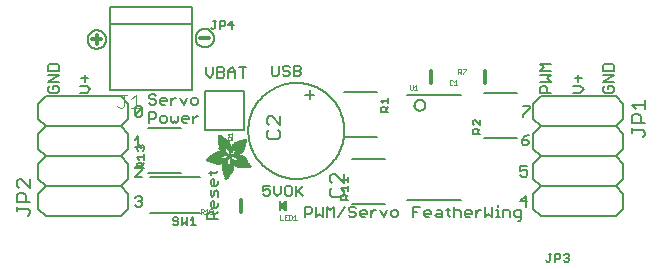
<source format=gbr>
G04 EAGLE Gerber RS-274X export*
G75*
%MOMM*%
%FSLAX34Y34*%
%LPD*%
%INSilkscreen Top*%
%IPPOS*%
%AMOC8*
5,1,8,0,0,1.08239X$1,22.5*%
G01*
%ADD10C,0.127000*%
%ADD11C,0.152400*%
%ADD12C,0.203200*%
%ADD13C,0.025400*%
%ADD14C,0.304800*%
%ADD15C,0.101600*%
%ADD16R,0.190500X0.889000*%
%ADD17R,0.050800X0.006300*%
%ADD18R,0.082600X0.006400*%
%ADD19R,0.120600X0.006300*%
%ADD20R,0.139700X0.006400*%
%ADD21R,0.158800X0.006300*%
%ADD22R,0.177800X0.006400*%
%ADD23R,0.196800X0.006300*%
%ADD24R,0.215900X0.006400*%
%ADD25R,0.228600X0.006300*%
%ADD26R,0.241300X0.006400*%
%ADD27R,0.254000X0.006300*%
%ADD28R,0.266700X0.006400*%
%ADD29R,0.279400X0.006300*%
%ADD30R,0.285700X0.006400*%
%ADD31R,0.298400X0.006300*%
%ADD32R,0.311200X0.006400*%
%ADD33R,0.317500X0.006300*%
%ADD34R,0.330200X0.006400*%
%ADD35R,0.336600X0.006300*%
%ADD36R,0.349200X0.006400*%
%ADD37R,0.361900X0.006300*%
%ADD38R,0.368300X0.006400*%
%ADD39R,0.381000X0.006300*%
%ADD40R,0.387300X0.006400*%
%ADD41R,0.393700X0.006300*%
%ADD42R,0.406400X0.006400*%
%ADD43R,0.412700X0.006300*%
%ADD44R,0.419100X0.006400*%
%ADD45R,0.431800X0.006300*%
%ADD46R,0.438100X0.006400*%
%ADD47R,0.450800X0.006300*%
%ADD48R,0.457200X0.006400*%
%ADD49R,0.463500X0.006300*%
%ADD50R,0.476200X0.006400*%
%ADD51R,0.482600X0.006300*%
%ADD52R,0.488900X0.006400*%
%ADD53R,0.501600X0.006300*%
%ADD54R,0.508000X0.006400*%
%ADD55R,0.514300X0.006300*%
%ADD56R,0.527000X0.006400*%
%ADD57R,0.533400X0.006300*%
%ADD58R,0.546100X0.006400*%
%ADD59R,0.552400X0.006300*%
%ADD60R,0.558800X0.006400*%
%ADD61R,0.571500X0.006300*%
%ADD62R,0.577800X0.006400*%
%ADD63R,0.584200X0.006300*%
%ADD64R,0.596900X0.006400*%
%ADD65R,0.603200X0.006300*%
%ADD66R,0.609600X0.006400*%
%ADD67R,0.622300X0.006300*%
%ADD68R,0.628600X0.006400*%
%ADD69R,0.641300X0.006300*%
%ADD70R,0.647700X0.006400*%
%ADD71R,0.063500X0.006300*%
%ADD72R,0.654000X0.006300*%
%ADD73R,0.101600X0.006400*%
%ADD74R,0.666700X0.006400*%
%ADD75R,0.139700X0.006300*%
%ADD76R,0.673100X0.006300*%
%ADD77R,0.165100X0.006400*%
%ADD78R,0.679400X0.006400*%
%ADD79R,0.196900X0.006300*%
%ADD80R,0.692100X0.006300*%
%ADD81R,0.222200X0.006400*%
%ADD82R,0.698500X0.006400*%
%ADD83R,0.247700X0.006300*%
%ADD84R,0.704800X0.006300*%
%ADD85R,0.279400X0.006400*%
%ADD86R,0.717500X0.006400*%
%ADD87R,0.298500X0.006300*%
%ADD88R,0.723900X0.006300*%
%ADD89R,0.736600X0.006400*%
%ADD90R,0.342900X0.006300*%
%ADD91R,0.742900X0.006300*%
%ADD92R,0.374700X0.006400*%
%ADD93R,0.749300X0.006400*%
%ADD94R,0.762000X0.006300*%
%ADD95R,0.412700X0.006400*%
%ADD96R,0.768300X0.006400*%
%ADD97R,0.438100X0.006300*%
%ADD98R,0.774700X0.006300*%
%ADD99R,0.463600X0.006400*%
%ADD100R,0.787400X0.006400*%
%ADD101R,0.793700X0.006300*%
%ADD102R,0.495300X0.006400*%
%ADD103R,0.800100X0.006400*%
%ADD104R,0.520700X0.006300*%
%ADD105R,0.812800X0.006300*%
%ADD106R,0.533400X0.006400*%
%ADD107R,0.819100X0.006400*%
%ADD108R,0.558800X0.006300*%
%ADD109R,0.825500X0.006300*%
%ADD110R,0.577900X0.006400*%
%ADD111R,0.831800X0.006400*%
%ADD112R,0.596900X0.006300*%
%ADD113R,0.844500X0.006300*%
%ADD114R,0.616000X0.006400*%
%ADD115R,0.850900X0.006400*%
%ADD116R,0.635000X0.006300*%
%ADD117R,0.857200X0.006300*%
%ADD118R,0.654100X0.006400*%
%ADD119R,0.863600X0.006400*%
%ADD120R,0.666700X0.006300*%
%ADD121R,0.869900X0.006300*%
%ADD122R,0.685800X0.006400*%
%ADD123R,0.876300X0.006400*%
%ADD124R,0.882600X0.006300*%
%ADD125R,0.723900X0.006400*%
%ADD126R,0.889000X0.006400*%
%ADD127R,0.895300X0.006300*%
%ADD128R,0.755700X0.006400*%
%ADD129R,0.901700X0.006400*%
%ADD130R,0.908000X0.006300*%
%ADD131R,0.793800X0.006400*%
%ADD132R,0.914400X0.006400*%
%ADD133R,0.806400X0.006300*%
%ADD134R,0.920700X0.006300*%
%ADD135R,0.825500X0.006400*%
%ADD136R,0.927100X0.006400*%
%ADD137R,0.933400X0.006300*%
%ADD138R,0.857300X0.006400*%
%ADD139R,0.939800X0.006400*%
%ADD140R,0.870000X0.006300*%
%ADD141R,0.939800X0.006300*%
%ADD142R,0.946100X0.006400*%
%ADD143R,0.952500X0.006300*%
%ADD144R,0.908000X0.006400*%
%ADD145R,0.958800X0.006400*%
%ADD146R,0.965200X0.006300*%
%ADD147R,0.965200X0.006400*%
%ADD148R,0.971500X0.006300*%
%ADD149R,0.952500X0.006400*%
%ADD150R,0.977900X0.006400*%
%ADD151R,0.958800X0.006300*%
%ADD152R,0.984200X0.006300*%
%ADD153R,0.971500X0.006400*%
%ADD154R,0.984200X0.006400*%
%ADD155R,0.990600X0.006300*%
%ADD156R,0.984300X0.006400*%
%ADD157R,0.996900X0.006400*%
%ADD158R,0.997000X0.006300*%
%ADD159R,0.996900X0.006300*%
%ADD160R,1.003300X0.006400*%
%ADD161R,1.016000X0.006300*%
%ADD162R,1.009600X0.006300*%
%ADD163R,1.016000X0.006400*%
%ADD164R,1.009600X0.006400*%
%ADD165R,1.022300X0.006300*%
%ADD166R,1.028700X0.006400*%
%ADD167R,1.035100X0.006300*%
%ADD168R,1.047800X0.006400*%
%ADD169R,1.054100X0.006300*%
%ADD170R,1.028700X0.006300*%
%ADD171R,1.054100X0.006400*%
%ADD172R,1.035000X0.006400*%
%ADD173R,1.060400X0.006300*%
%ADD174R,1.035000X0.006300*%
%ADD175R,1.060500X0.006400*%
%ADD176R,1.041400X0.006400*%
%ADD177R,1.066800X0.006300*%
%ADD178R,1.041400X0.006300*%
%ADD179R,1.079500X0.006400*%
%ADD180R,1.047700X0.006400*%
%ADD181R,1.085900X0.006300*%
%ADD182R,1.047700X0.006300*%
%ADD183R,1.085800X0.006400*%
%ADD184R,1.092200X0.006300*%
%ADD185R,1.085900X0.006400*%
%ADD186R,1.098600X0.006300*%
%ADD187R,1.098600X0.006400*%
%ADD188R,1.060400X0.006400*%
%ADD189R,1.104900X0.006300*%
%ADD190R,1.104900X0.006400*%
%ADD191R,1.066800X0.006400*%
%ADD192R,1.111200X0.006300*%
%ADD193R,1.117600X0.006400*%
%ADD194R,1.117600X0.006300*%
%ADD195R,1.073100X0.006300*%
%ADD196R,1.073100X0.006400*%
%ADD197R,1.124000X0.006300*%
%ADD198R,1.079500X0.006300*%
%ADD199R,1.123900X0.006400*%
%ADD200R,1.130300X0.006300*%
%ADD201R,1.130300X0.006400*%
%ADD202R,1.136700X0.006400*%
%ADD203R,1.136700X0.006300*%
%ADD204R,1.085800X0.006300*%
%ADD205R,1.136600X0.006400*%
%ADD206R,1.136600X0.006300*%
%ADD207R,1.143000X0.006400*%
%ADD208R,1.143000X0.006300*%
%ADD209R,1.149400X0.006300*%
%ADD210R,1.149300X0.006300*%
%ADD211R,1.149300X0.006400*%
%ADD212R,1.149400X0.006400*%
%ADD213R,1.155700X0.006400*%
%ADD214R,1.155700X0.006300*%
%ADD215R,1.060500X0.006300*%
%ADD216R,2.197100X0.006400*%
%ADD217R,2.197100X0.006300*%
%ADD218R,2.184400X0.006300*%
%ADD219R,2.184400X0.006400*%
%ADD220R,2.171700X0.006400*%
%ADD221R,2.171700X0.006300*%
%ADD222R,1.530300X0.006400*%
%ADD223R,1.505000X0.006300*%
%ADD224R,1.492300X0.006400*%
%ADD225R,1.485900X0.006300*%
%ADD226R,0.565200X0.006300*%
%ADD227R,1.473200X0.006400*%
%ADD228R,0.565200X0.006400*%
%ADD229R,1.460500X0.006300*%
%ADD230R,1.454100X0.006400*%
%ADD231R,0.552400X0.006400*%
%ADD232R,1.441500X0.006300*%
%ADD233R,0.546100X0.006300*%
%ADD234R,1.435100X0.006400*%
%ADD235R,0.539800X0.006400*%
%ADD236R,1.428800X0.006300*%
%ADD237R,1.422400X0.006400*%
%ADD238R,1.409700X0.006300*%
%ADD239R,0.527100X0.006300*%
%ADD240R,1.403300X0.006400*%
%ADD241R,0.527100X0.006400*%
%ADD242R,1.390700X0.006300*%
%ADD243R,1.384300X0.006400*%
%ADD244R,0.520700X0.006400*%
%ADD245R,1.384300X0.006300*%
%ADD246R,0.514400X0.006300*%
%ADD247R,1.371600X0.006400*%
%ADD248R,1.365200X0.006300*%
%ADD249R,0.508000X0.006300*%
%ADD250R,1.352600X0.006400*%
%ADD251R,0.501700X0.006400*%
%ADD252R,0.711200X0.006300*%
%ADD253R,0.603300X0.006300*%
%ADD254R,0.501700X0.006300*%
%ADD255R,0.692100X0.006400*%
%ADD256R,0.571500X0.006400*%
%ADD257R,0.679400X0.006300*%
%ADD258R,0.495300X0.006300*%
%ADD259R,0.673100X0.006400*%
%ADD260R,0.666800X0.006300*%
%ADD261R,0.488900X0.006300*%
%ADD262R,0.660400X0.006400*%
%ADD263R,0.482600X0.006400*%
%ADD264R,0.476200X0.006300*%
%ADD265R,0.654000X0.006400*%
%ADD266R,0.469900X0.006400*%
%ADD267R,0.476300X0.006400*%
%ADD268R,0.647700X0.006300*%
%ADD269R,0.457200X0.006300*%
%ADD270R,0.469900X0.006300*%
%ADD271R,0.641300X0.006400*%
%ADD272R,0.444500X0.006400*%
%ADD273R,0.463600X0.006300*%
%ADD274R,0.635000X0.006400*%
%ADD275R,0.463500X0.006400*%
%ADD276R,0.393700X0.006400*%
%ADD277R,0.450800X0.006400*%
%ADD278R,0.628600X0.006300*%
%ADD279R,0.387400X0.006300*%
%ADD280R,0.450900X0.006300*%
%ADD281R,0.628700X0.006400*%
%ADD282R,0.374600X0.006400*%
%ADD283R,0.368300X0.006300*%
%ADD284R,0.438200X0.006300*%
%ADD285R,0.622300X0.006400*%
%ADD286R,0.355600X0.006400*%
%ADD287R,0.431800X0.006400*%
%ADD288R,0.349300X0.006300*%
%ADD289R,0.425400X0.006300*%
%ADD290R,0.615900X0.006300*%
%ADD291R,0.330200X0.006300*%
%ADD292R,0.419100X0.006300*%
%ADD293R,0.616000X0.006300*%
%ADD294R,0.311200X0.006300*%
%ADD295R,0.406400X0.006300*%
%ADD296R,0.615900X0.006400*%
%ADD297R,0.304800X0.006400*%
%ADD298R,0.158800X0.006400*%
%ADD299R,0.609600X0.006300*%
%ADD300R,0.292100X0.006300*%
%ADD301R,0.235000X0.006300*%
%ADD302R,0.387400X0.006400*%
%ADD303R,0.292100X0.006400*%
%ADD304R,0.336500X0.006300*%
%ADD305R,0.260400X0.006300*%
%ADD306R,0.603300X0.006400*%
%ADD307R,0.260400X0.006400*%
%ADD308R,0.362000X0.006400*%
%ADD309R,0.450900X0.006400*%
%ADD310R,0.355600X0.006300*%
%ADD311R,0.342900X0.006400*%
%ADD312R,0.514300X0.006400*%
%ADD313R,0.234900X0.006300*%
%ADD314R,0.539700X0.006300*%
%ADD315R,0.603200X0.006400*%
%ADD316R,0.234900X0.006400*%
%ADD317R,0.920700X0.006400*%
%ADD318R,0.958900X0.006400*%
%ADD319R,0.215900X0.006300*%
%ADD320R,0.209600X0.006400*%
%ADD321R,0.203200X0.006300*%
%ADD322R,1.003300X0.006300*%
%ADD323R,0.203200X0.006400*%
%ADD324R,0.196900X0.006400*%
%ADD325R,0.190500X0.006300*%
%ADD326R,0.190500X0.006400*%
%ADD327R,0.184200X0.006300*%
%ADD328R,0.590500X0.006400*%
%ADD329R,0.184200X0.006400*%
%ADD330R,0.590500X0.006300*%
%ADD331R,0.177800X0.006300*%
%ADD332R,0.584200X0.006400*%
%ADD333R,1.168400X0.006400*%
%ADD334R,0.171500X0.006300*%
%ADD335R,1.187500X0.006300*%
%ADD336R,1.200100X0.006400*%
%ADD337R,0.577800X0.006300*%
%ADD338R,1.212900X0.006300*%
%ADD339R,1.231900X0.006400*%
%ADD340R,1.250900X0.006300*%
%ADD341R,0.565100X0.006400*%
%ADD342R,0.184100X0.006400*%
%ADD343R,1.263700X0.006400*%
%ADD344R,0.565100X0.006300*%
%ADD345R,1.289100X0.006300*%
%ADD346R,1.314400X0.006400*%
%ADD347R,0.552500X0.006300*%
%ADD348R,1.568500X0.006300*%
%ADD349R,0.552500X0.006400*%
%ADD350R,1.581200X0.006400*%
%ADD351R,1.593800X0.006300*%
%ADD352R,1.606500X0.006400*%
%ADD353R,1.619300X0.006300*%
%ADD354R,0.514400X0.006400*%
%ADD355R,1.638300X0.006400*%
%ADD356R,1.657300X0.006300*%
%ADD357R,2.209800X0.006400*%
%ADD358R,2.425700X0.006300*%
%ADD359R,2.470100X0.006400*%
%ADD360R,2.501900X0.006300*%
%ADD361R,2.533700X0.006400*%
%ADD362R,2.559000X0.006300*%
%ADD363R,2.584500X0.006400*%
%ADD364R,2.609900X0.006300*%
%ADD365R,2.628900X0.006400*%
%ADD366R,2.660600X0.006300*%
%ADD367R,2.673400X0.006400*%
%ADD368R,1.422400X0.006300*%
%ADD369R,1.200200X0.006300*%
%ADD370R,1.365300X0.006300*%
%ADD371R,1.365300X0.006400*%
%ADD372R,1.352500X0.006300*%
%ADD373R,1.098500X0.006300*%
%ADD374R,1.358900X0.006400*%
%ADD375R,1.352600X0.006300*%
%ADD376R,1.358900X0.006300*%
%ADD377R,1.371600X0.006300*%
%ADD378R,1.377900X0.006400*%
%ADD379R,1.397000X0.006400*%
%ADD380R,1.403300X0.006300*%
%ADD381R,0.914400X0.006300*%
%ADD382R,0.876300X0.006300*%
%ADD383R,0.374600X0.006300*%
%ADD384R,1.073200X0.006400*%
%ADD385R,0.374700X0.006300*%
%ADD386R,0.844600X0.006400*%
%ADD387R,0.844600X0.006300*%
%ADD388R,0.831900X0.006400*%
%ADD389R,1.092200X0.006400*%
%ADD390R,0.400000X0.006300*%
%ADD391R,0.819200X0.006400*%
%ADD392R,1.111300X0.006400*%
%ADD393R,0.812800X0.006400*%
%ADD394R,0.800100X0.006300*%
%ADD395R,0.476300X0.006300*%
%ADD396R,1.181100X0.006300*%
%ADD397R,0.501600X0.006400*%
%ADD398R,1.193800X0.006400*%
%ADD399R,0.781000X0.006400*%
%ADD400R,1.238200X0.006400*%
%ADD401R,0.781100X0.006300*%
%ADD402R,1.257300X0.006300*%
%ADD403R,1.295400X0.006400*%
%ADD404R,1.333500X0.006300*%
%ADD405R,0.774700X0.006400*%
%ADD406R,1.866900X0.006400*%
%ADD407R,0.209600X0.006300*%
%ADD408R,1.866900X0.006300*%
%ADD409R,0.768400X0.006400*%
%ADD410R,0.209500X0.006400*%
%ADD411R,1.860600X0.006400*%
%ADD412R,0.762000X0.006400*%
%ADD413R,0.768400X0.006300*%
%ADD414R,1.860600X0.006300*%
%ADD415R,1.860500X0.006400*%
%ADD416R,0.222300X0.006300*%
%ADD417R,1.854200X0.006300*%
%ADD418R,0.235000X0.006400*%
%ADD419R,1.854200X0.006400*%
%ADD420R,0.768300X0.006300*%
%ADD421R,0.260300X0.006400*%
%ADD422R,1.847800X0.006400*%
%ADD423R,0.266700X0.006300*%
%ADD424R,1.847800X0.006300*%
%ADD425R,0.273100X0.006400*%
%ADD426R,1.841500X0.006400*%
%ADD427R,0.285800X0.006300*%
%ADD428R,1.841500X0.006300*%
%ADD429R,0.298500X0.006400*%
%ADD430R,1.835100X0.006400*%
%ADD431R,0.781000X0.006300*%
%ADD432R,0.304800X0.006300*%
%ADD433R,1.835100X0.006300*%
%ADD434R,0.317500X0.006400*%
%ADD435R,1.828800X0.006400*%
%ADD436R,0.787400X0.006300*%
%ADD437R,0.323800X0.006300*%
%ADD438R,1.828800X0.006300*%
%ADD439R,0.793700X0.006400*%
%ADD440R,1.822400X0.006400*%
%ADD441R,0.806500X0.006300*%
%ADD442R,1.822400X0.006300*%
%ADD443R,1.816100X0.006400*%
%ADD444R,0.819100X0.006300*%
%ADD445R,0.387300X0.006300*%
%ADD446R,1.816100X0.006300*%
%ADD447R,1.809800X0.006400*%
%ADD448R,1.803400X0.006300*%
%ADD449R,1.797000X0.006400*%
%ADD450R,0.901700X0.006300*%
%ADD451R,1.797000X0.006300*%
%ADD452R,1.441400X0.006400*%
%ADD453R,1.790700X0.006400*%
%ADD454R,1.447800X0.006300*%
%ADD455R,1.784300X0.006300*%
%ADD456R,1.447800X0.006400*%
%ADD457R,1.784300X0.006400*%
%ADD458R,1.454100X0.006300*%
%ADD459R,1.771700X0.006300*%
%ADD460R,1.460500X0.006400*%
%ADD461R,1.759000X0.006400*%
%ADD462R,1.466800X0.006300*%
%ADD463R,1.752600X0.006300*%
%ADD464R,1.466800X0.006400*%
%ADD465R,1.739900X0.006400*%
%ADD466R,1.473200X0.006300*%
%ADD467R,1.727200X0.006300*%
%ADD468R,1.479500X0.006400*%
%ADD469R,1.714500X0.006400*%
%ADD470R,1.695400X0.006300*%
%ADD471R,1.485900X0.006400*%
%ADD472R,1.682700X0.006400*%
%ADD473R,1.492200X0.006300*%
%ADD474R,1.663700X0.006300*%
%ADD475R,1.498600X0.006400*%
%ADD476R,1.644600X0.006400*%
%ADD477R,1.498600X0.006300*%
%ADD478R,1.619200X0.006300*%
%ADD479R,1.511300X0.006400*%
%ADD480R,1.600200X0.006400*%
%ADD481R,1.517700X0.006300*%
%ADD482R,1.574800X0.006300*%
%ADD483R,1.524000X0.006400*%
%ADD484R,1.555800X0.006400*%
%ADD485R,1.524000X0.006300*%
%ADD486R,1.536700X0.006300*%
%ADD487R,1.530400X0.006400*%
%ADD488R,1.517700X0.006400*%
%ADD489R,1.492300X0.006300*%
%ADD490R,1.549400X0.006400*%
%ADD491R,1.479600X0.006400*%
%ADD492R,1.549400X0.006300*%
%ADD493R,1.555700X0.006400*%
%ADD494R,1.562100X0.006300*%
%ADD495R,0.323900X0.006300*%
%ADD496R,1.568400X0.006400*%
%ADD497R,0.336600X0.006400*%
%ADD498R,1.587500X0.006300*%
%ADD499R,0.971600X0.006300*%
%ADD500R,0.349300X0.006400*%
%ADD501R,1.600200X0.006300*%
%ADD502R,0.920800X0.006300*%
%ADD503R,0.882700X0.006400*%
%ADD504R,1.612900X0.006300*%
%ADD505R,0.362000X0.006300*%
%ADD506R,1.625600X0.006400*%
%ADD507R,1.625600X0.006300*%
%ADD508R,1.644600X0.006300*%
%ADD509R,0.736600X0.006300*%
%ADD510R,0.717600X0.006400*%
%ADD511R,1.657400X0.006300*%
%ADD512R,0.679500X0.006300*%
%ADD513R,1.663700X0.006400*%
%ADD514R,0.400000X0.006400*%
%ADD515R,1.676400X0.006300*%
%ADD516R,1.676400X0.006400*%
%ADD517R,0.425500X0.006400*%
%ADD518R,1.352500X0.006400*%
%ADD519R,0.444500X0.006300*%
%ADD520R,0.361900X0.006400*%
%ADD521R,0.088900X0.006300*%
%ADD522R,1.009700X0.006300*%
%ADD523R,1.009700X0.006400*%
%ADD524R,1.022300X0.006400*%
%ADD525R,1.346200X0.006400*%
%ADD526R,1.346200X0.006300*%
%ADD527R,1.339900X0.006400*%
%ADD528R,1.035100X0.006400*%
%ADD529R,1.339800X0.006300*%
%ADD530R,1.333500X0.006400*%
%ADD531R,1.327200X0.006400*%
%ADD532R,1.320800X0.006300*%
%ADD533R,1.314500X0.006400*%
%ADD534R,1.314400X0.006300*%
%ADD535R,1.301700X0.006400*%
%ADD536R,1.295400X0.006300*%
%ADD537R,1.289000X0.006400*%
%ADD538R,1.276300X0.006300*%
%ADD539R,1.251000X0.006300*%
%ADD540R,1.244600X0.006400*%
%ADD541R,1.231900X0.006300*%
%ADD542R,1.212800X0.006400*%
%ADD543R,1.200100X0.006300*%
%ADD544R,1.187400X0.006400*%
%ADD545R,1.168400X0.006300*%
%ADD546R,1.047800X0.006300*%
%ADD547R,0.977900X0.006300*%
%ADD548R,0.946200X0.006400*%
%ADD549R,0.933400X0.006400*%
%ADD550R,0.895300X0.006400*%
%ADD551R,0.882700X0.006300*%
%ADD552R,0.863600X0.006300*%
%ADD553R,0.857200X0.006400*%
%ADD554R,0.850900X0.006300*%
%ADD555R,0.838200X0.006300*%
%ADD556R,0.806500X0.006400*%
%ADD557R,0.717600X0.006300*%
%ADD558R,0.711200X0.006400*%
%ADD559R,0.641400X0.006400*%
%ADD560R,0.641400X0.006300*%
%ADD561R,0.628700X0.006300*%
%ADD562R,0.590600X0.006300*%
%ADD563R,0.539700X0.006400*%
%ADD564R,0.285700X0.006300*%
%ADD565R,0.222200X0.006300*%
%ADD566R,0.171400X0.006300*%
%ADD567R,0.152400X0.006400*%
%ADD568R,0.133400X0.006300*%

G36*
X215922Y55122D02*
X215922Y55122D01*
X215939Y55120D01*
X216042Y55142D01*
X216147Y55160D01*
X216162Y55168D01*
X216180Y55172D01*
X216270Y55226D01*
X216364Y55276D01*
X216376Y55289D01*
X216391Y55298D01*
X216460Y55378D01*
X216532Y55455D01*
X216539Y55472D01*
X216551Y55485D01*
X216590Y55583D01*
X216634Y55679D01*
X216636Y55697D01*
X216643Y55713D01*
X216661Y55880D01*
X216661Y63500D01*
X216659Y63517D01*
X216660Y63532D01*
X216660Y63535D01*
X216639Y63639D01*
X216622Y63743D01*
X216613Y63758D01*
X216610Y63776D01*
X216556Y63867D01*
X216506Y63960D01*
X216494Y63972D01*
X216485Y63988D01*
X216405Y64057D01*
X216328Y64130D01*
X216312Y64137D01*
X216298Y64149D01*
X216201Y64189D01*
X216105Y64233D01*
X216087Y64235D01*
X216071Y64242D01*
X215965Y64249D01*
X215861Y64260D01*
X215843Y64256D01*
X215825Y64258D01*
X215723Y64230D01*
X215650Y64214D01*
X215647Y64214D01*
X215620Y64208D01*
X215605Y64199D01*
X215588Y64194D01*
X215443Y64109D01*
X210363Y60299D01*
X210360Y60296D01*
X210357Y60294D01*
X210275Y60207D01*
X210193Y60122D01*
X210191Y60118D01*
X210188Y60115D01*
X210138Y60006D01*
X210088Y59899D01*
X210088Y59895D01*
X210086Y59891D01*
X210073Y59773D01*
X210060Y59655D01*
X210060Y59651D01*
X210060Y59646D01*
X210086Y59530D01*
X210111Y59414D01*
X210113Y59410D01*
X210114Y59406D01*
X210175Y59304D01*
X210236Y59202D01*
X210239Y59199D01*
X210241Y59196D01*
X210363Y59081D01*
X215443Y55271D01*
X215459Y55263D01*
X215472Y55251D01*
X215568Y55206D01*
X215661Y55157D01*
X215679Y55154D01*
X215695Y55147D01*
X215800Y55135D01*
X215904Y55119D01*
X215922Y55122D01*
G37*
D10*
X41267Y155415D02*
X47199Y155415D01*
X50165Y158381D01*
X47199Y161347D01*
X41267Y161347D01*
X45716Y164770D02*
X45716Y170702D01*
X42750Y167736D02*
X48682Y167736D01*
X16080Y161347D02*
X14597Y159864D01*
X14597Y156898D01*
X16080Y155415D01*
X22012Y155415D01*
X23495Y156898D01*
X23495Y159864D01*
X22012Y161347D01*
X19046Y161347D01*
X19046Y158381D01*
X23495Y164770D02*
X14597Y164770D01*
X23495Y170702D01*
X14597Y170702D01*
X14597Y174125D02*
X23495Y174125D01*
X23495Y178574D01*
X22012Y180057D01*
X16080Y180057D01*
X14597Y178574D01*
X14597Y174125D01*
X88105Y142670D02*
X88105Y136738D01*
X88105Y142670D02*
X89588Y144153D01*
X92554Y144153D01*
X94037Y142670D01*
X94037Y136738D01*
X92554Y135255D01*
X89588Y135255D01*
X88105Y136738D01*
X94037Y142670D01*
X91071Y118753D02*
X88105Y115787D01*
X91071Y118753D02*
X91071Y109855D01*
X88105Y109855D02*
X94037Y109855D01*
X94037Y84455D02*
X88105Y84455D01*
X94037Y90387D01*
X94037Y91870D01*
X92554Y93353D01*
X89588Y93353D01*
X88105Y91870D01*
X89588Y67953D02*
X88105Y66470D01*
X89588Y67953D02*
X92554Y67953D01*
X94037Y66470D01*
X94037Y64987D01*
X92554Y63504D01*
X91071Y63504D01*
X92554Y63504D02*
X94037Y62021D01*
X94037Y60538D01*
X92554Y59055D01*
X89588Y59055D01*
X88105Y60538D01*
X418944Y59055D02*
X418944Y67953D01*
X414495Y63504D01*
X420427Y63504D01*
X420427Y93353D02*
X414495Y93353D01*
X414495Y88904D01*
X417461Y90387D01*
X418944Y90387D01*
X420427Y88904D01*
X420427Y85938D01*
X418944Y84455D01*
X415978Y84455D01*
X414495Y85938D01*
X418586Y118540D02*
X421552Y120023D01*
X418586Y118540D02*
X415620Y115574D01*
X415620Y112608D01*
X417103Y111125D01*
X420069Y111125D01*
X421552Y112608D01*
X421552Y114091D01*
X420069Y115574D01*
X415620Y115574D01*
X417035Y144153D02*
X422967Y144153D01*
X422967Y142670D01*
X417035Y136738D01*
X417035Y135255D01*
D11*
X202007Y123789D02*
X200142Y121925D01*
X200142Y118196D01*
X202007Y116332D01*
X209464Y116332D01*
X211328Y118196D01*
X211328Y121925D01*
X209464Y123789D01*
X211328Y128026D02*
X211328Y135483D01*
X211328Y128026D02*
X203871Y135483D01*
X202007Y135483D01*
X200142Y133619D01*
X200142Y129890D01*
X202007Y128026D01*
D10*
X431157Y155415D02*
X440055Y155415D01*
X431157Y155415D02*
X431157Y159864D01*
X432640Y161347D01*
X435606Y161347D01*
X437089Y159864D01*
X437089Y155415D01*
X440055Y164770D02*
X431157Y164770D01*
X437089Y167736D02*
X440055Y164770D01*
X437089Y167736D02*
X440055Y170702D01*
X431157Y170702D01*
X431157Y174125D02*
X440055Y174125D01*
X434123Y177091D02*
X431157Y174125D01*
X434123Y177091D02*
X431157Y180057D01*
X440055Y180057D01*
X459097Y155415D02*
X465029Y155415D01*
X467995Y158381D01*
X465029Y161347D01*
X459097Y161347D01*
X463546Y164770D02*
X463546Y170702D01*
X460580Y167736D02*
X466512Y167736D01*
X484497Y159864D02*
X485980Y161347D01*
X484497Y159864D02*
X484497Y156898D01*
X485980Y155415D01*
X491912Y155415D01*
X493395Y156898D01*
X493395Y159864D01*
X491912Y161347D01*
X488946Y161347D01*
X488946Y158381D01*
X493395Y164770D02*
X484497Y164770D01*
X493395Y170702D01*
X484497Y170702D01*
X484497Y174125D02*
X493395Y174125D01*
X493395Y178574D01*
X491912Y180057D01*
X485980Y180057D01*
X484497Y178574D01*
X484497Y174125D01*
X148634Y171241D02*
X148634Y177173D01*
X148634Y171241D02*
X151600Y168275D01*
X154566Y171241D01*
X154566Y177173D01*
X157989Y177173D02*
X157989Y168275D01*
X157989Y177173D02*
X162438Y177173D01*
X163921Y175690D01*
X163921Y174207D01*
X162438Y172724D01*
X163921Y171241D01*
X163921Y169758D01*
X162438Y168275D01*
X157989Y168275D01*
X157989Y172724D02*
X162438Y172724D01*
X167345Y174207D02*
X167345Y168275D01*
X167345Y174207D02*
X170310Y177173D01*
X173276Y174207D01*
X173276Y168275D01*
X173276Y172724D02*
X167345Y172724D01*
X179666Y168275D02*
X179666Y177173D01*
X176700Y177173D02*
X182632Y177173D01*
X203835Y178443D02*
X203835Y171028D01*
X205318Y169545D01*
X208284Y169545D01*
X209767Y171028D01*
X209767Y178443D01*
X217639Y178443D02*
X219122Y176960D01*
X217639Y178443D02*
X214673Y178443D01*
X213190Y176960D01*
X213190Y175477D01*
X214673Y173994D01*
X217639Y173994D01*
X219122Y172511D01*
X219122Y171028D01*
X217639Y169545D01*
X214673Y169545D01*
X213190Y171028D01*
X222545Y169545D02*
X222545Y178443D01*
X226994Y178443D01*
X228477Y176960D01*
X228477Y175477D01*
X226994Y173994D01*
X228477Y172511D01*
X228477Y171028D01*
X226994Y169545D01*
X222545Y169545D01*
X222545Y173994D02*
X226994Y173994D01*
X105878Y152830D02*
X104395Y154313D01*
X101430Y154313D01*
X99947Y152830D01*
X99947Y151347D01*
X101430Y149864D01*
X104395Y149864D01*
X105878Y148381D01*
X105878Y146898D01*
X104395Y145415D01*
X101430Y145415D01*
X99947Y146898D01*
X110785Y145415D02*
X113751Y145415D01*
X110785Y145415D02*
X109302Y146898D01*
X109302Y149864D01*
X110785Y151347D01*
X113751Y151347D01*
X115234Y149864D01*
X115234Y148381D01*
X109302Y148381D01*
X118657Y145415D02*
X118657Y151347D01*
X118657Y148381D02*
X121623Y151347D01*
X123106Y151347D01*
X126453Y151347D02*
X129419Y145415D01*
X132385Y151347D01*
X137291Y145415D02*
X140257Y145415D01*
X141740Y146898D01*
X141740Y149864D01*
X140257Y151347D01*
X137291Y151347D01*
X135808Y149864D01*
X135808Y146898D01*
X137291Y145415D01*
X99947Y139073D02*
X99947Y130175D01*
X99947Y139073D02*
X104395Y139073D01*
X105878Y137590D01*
X105878Y134624D01*
X104395Y133141D01*
X99947Y133141D01*
X110785Y130175D02*
X113751Y130175D01*
X115234Y131658D01*
X115234Y134624D01*
X113751Y136107D01*
X110785Y136107D01*
X109302Y134624D01*
X109302Y131658D01*
X110785Y130175D01*
X118657Y131658D02*
X118657Y136107D01*
X118657Y131658D02*
X120140Y130175D01*
X121623Y131658D01*
X123106Y130175D01*
X124589Y131658D01*
X124589Y136107D01*
X129495Y130175D02*
X132461Y130175D01*
X129495Y130175D02*
X128012Y131658D01*
X128012Y134624D01*
X129495Y136107D01*
X132461Y136107D01*
X133944Y134624D01*
X133944Y133141D01*
X128012Y133141D01*
X137367Y130175D02*
X137367Y136107D01*
X137367Y133141D02*
X140333Y136107D01*
X141816Y136107D01*
X149217Y48656D02*
X158115Y48656D01*
X149217Y48656D02*
X149217Y53105D01*
X150700Y54588D01*
X153666Y54588D01*
X155149Y53105D01*
X155149Y48656D01*
X155149Y51622D02*
X158115Y54588D01*
X158115Y59494D02*
X158115Y62460D01*
X158115Y59494D02*
X156632Y58011D01*
X153666Y58011D01*
X152183Y59494D01*
X152183Y62460D01*
X153666Y63943D01*
X155149Y63943D01*
X155149Y58011D01*
X158115Y67367D02*
X158115Y71815D01*
X156632Y73298D01*
X155149Y71815D01*
X155149Y68850D01*
X153666Y67367D01*
X152183Y68850D01*
X152183Y73298D01*
X158115Y78205D02*
X158115Y81171D01*
X158115Y78205D02*
X156632Y76722D01*
X153666Y76722D01*
X152183Y78205D01*
X152183Y81171D01*
X153666Y82654D01*
X155149Y82654D01*
X155149Y76722D01*
X156632Y87560D02*
X150700Y87560D01*
X156632Y87560D02*
X158115Y89043D01*
X152183Y89043D02*
X152183Y86077D01*
X196555Y76843D02*
X202486Y76843D01*
X196555Y76843D02*
X196555Y72394D01*
X199520Y73877D01*
X201003Y73877D01*
X202486Y72394D01*
X202486Y69428D01*
X201003Y67945D01*
X198038Y67945D01*
X196555Y69428D01*
X205910Y70911D02*
X205910Y76843D01*
X205910Y70911D02*
X208876Y67945D01*
X211842Y70911D01*
X211842Y76843D01*
X216748Y76843D02*
X219714Y76843D01*
X216748Y76843D02*
X215265Y75360D01*
X215265Y69428D01*
X216748Y67945D01*
X219714Y67945D01*
X221197Y69428D01*
X221197Y75360D01*
X219714Y76843D01*
X224620Y76843D02*
X224620Y67945D01*
X224620Y70911D02*
X230552Y76843D01*
X226103Y72394D02*
X230552Y67945D01*
X231775Y59063D02*
X231775Y50165D01*
X231775Y59063D02*
X236224Y59063D01*
X237707Y57580D01*
X237707Y54614D01*
X236224Y53131D01*
X231775Y53131D01*
X241130Y50165D02*
X241130Y59063D01*
X244096Y53131D02*
X241130Y50165D01*
X244096Y53131D02*
X247062Y50165D01*
X247062Y59063D01*
X250485Y59063D02*
X250485Y50165D01*
X253451Y56097D02*
X250485Y59063D01*
X253451Y56097D02*
X256417Y59063D01*
X256417Y50165D01*
X259841Y50165D02*
X265772Y59063D01*
X273645Y59063D02*
X275127Y57580D01*
X273645Y59063D02*
X270679Y59063D01*
X269196Y57580D01*
X269196Y56097D01*
X270679Y54614D01*
X273645Y54614D01*
X275127Y53131D01*
X275127Y51648D01*
X273645Y50165D01*
X270679Y50165D01*
X269196Y51648D01*
X280034Y50165D02*
X283000Y50165D01*
X280034Y50165D02*
X278551Y51648D01*
X278551Y54614D01*
X280034Y56097D01*
X283000Y56097D01*
X284483Y54614D01*
X284483Y53131D01*
X278551Y53131D01*
X287906Y50165D02*
X287906Y56097D01*
X287906Y53131D02*
X290872Y56097D01*
X292355Y56097D01*
X295702Y56097D02*
X298668Y50165D01*
X301634Y56097D01*
X306540Y50165D02*
X309506Y50165D01*
X310989Y51648D01*
X310989Y54614D01*
X309506Y56097D01*
X306540Y56097D01*
X305057Y54614D01*
X305057Y51648D01*
X306540Y50165D01*
X323768Y50165D02*
X323768Y59063D01*
X329699Y59063D01*
X326734Y54614D02*
X323768Y54614D01*
X334606Y50165D02*
X337572Y50165D01*
X334606Y50165D02*
X333123Y51648D01*
X333123Y54614D01*
X334606Y56097D01*
X337572Y56097D01*
X339055Y54614D01*
X339055Y53131D01*
X333123Y53131D01*
X343961Y56097D02*
X346927Y56097D01*
X348410Y54614D01*
X348410Y50165D01*
X343961Y50165D01*
X342478Y51648D01*
X343961Y53131D01*
X348410Y53131D01*
X353316Y51648D02*
X353316Y57580D01*
X353316Y51648D02*
X354799Y50165D01*
X354799Y56097D02*
X351833Y56097D01*
X358070Y59063D02*
X358070Y50165D01*
X358070Y54614D02*
X359553Y56097D01*
X362519Y56097D01*
X364002Y54614D01*
X364002Y50165D01*
X368908Y50165D02*
X371874Y50165D01*
X368908Y50165D02*
X367425Y51648D01*
X367425Y54614D01*
X368908Y56097D01*
X371874Y56097D01*
X373357Y54614D01*
X373357Y53131D01*
X367425Y53131D01*
X376780Y50165D02*
X376780Y56097D01*
X376780Y53131D02*
X379746Y56097D01*
X381229Y56097D01*
X384576Y59063D02*
X384576Y50165D01*
X387542Y53131D01*
X390508Y50165D01*
X390508Y59063D01*
X393932Y56097D02*
X395414Y56097D01*
X395414Y50165D01*
X393932Y50165D02*
X396897Y50165D01*
X395414Y59063D02*
X395414Y60546D01*
X400168Y56097D02*
X400168Y50165D01*
X400168Y56097D02*
X404617Y56097D01*
X406100Y54614D01*
X406100Y50165D01*
X412489Y47199D02*
X413972Y47199D01*
X415455Y48682D01*
X415455Y56097D01*
X411006Y56097D01*
X409524Y54614D01*
X409524Y51648D01*
X411006Y50165D01*
X415455Y50165D01*
D12*
X364458Y64574D02*
X318802Y64574D01*
X318802Y153866D02*
X364458Y153866D01*
X324866Y144976D02*
X324868Y145111D01*
X324874Y145246D01*
X324884Y145380D01*
X324898Y145514D01*
X324916Y145648D01*
X324937Y145781D01*
X324963Y145913D01*
X324993Y146045D01*
X325026Y146176D01*
X325063Y146305D01*
X325105Y146434D01*
X325149Y146561D01*
X325198Y146687D01*
X325250Y146811D01*
X325306Y146934D01*
X325366Y147055D01*
X325429Y147174D01*
X325495Y147291D01*
X325565Y147406D01*
X325639Y147520D01*
X325716Y147631D01*
X325795Y147739D01*
X325879Y147845D01*
X325965Y147949D01*
X326054Y148050D01*
X326146Y148149D01*
X326241Y148244D01*
X326339Y148337D01*
X326439Y148427D01*
X326542Y148514D01*
X326648Y148598D01*
X326756Y148679D01*
X326866Y148756D01*
X326979Y148830D01*
X327094Y148901D01*
X327211Y148969D01*
X327329Y149033D01*
X327450Y149093D01*
X327572Y149150D01*
X327696Y149203D01*
X327822Y149253D01*
X327948Y149299D01*
X328077Y149341D01*
X328206Y149379D01*
X328336Y149413D01*
X328468Y149444D01*
X328600Y149471D01*
X328733Y149493D01*
X328866Y149512D01*
X329000Y149527D01*
X329135Y149538D01*
X329269Y149545D01*
X329404Y149548D01*
X329539Y149547D01*
X329674Y149542D01*
X329808Y149533D01*
X329943Y149520D01*
X330077Y149503D01*
X330210Y149482D01*
X330342Y149458D01*
X330474Y149429D01*
X330605Y149397D01*
X330735Y149360D01*
X330864Y149320D01*
X330991Y149276D01*
X331117Y149228D01*
X331242Y149177D01*
X331365Y149122D01*
X331487Y149063D01*
X331606Y149001D01*
X331724Y148935D01*
X331840Y148866D01*
X331953Y148794D01*
X332065Y148718D01*
X332174Y148639D01*
X332281Y148557D01*
X332385Y148471D01*
X332487Y148383D01*
X332586Y148291D01*
X332683Y148197D01*
X332776Y148100D01*
X332867Y148000D01*
X332955Y147898D01*
X333039Y147793D01*
X333121Y147685D01*
X333199Y147575D01*
X333274Y147463D01*
X333346Y147349D01*
X333414Y147233D01*
X333479Y147114D01*
X333540Y146994D01*
X333598Y146872D01*
X333652Y146749D01*
X333703Y146624D01*
X333749Y146497D01*
X333792Y146370D01*
X333832Y146241D01*
X333867Y146110D01*
X333899Y145979D01*
X333926Y145847D01*
X333950Y145715D01*
X333970Y145581D01*
X333986Y145447D01*
X333998Y145313D01*
X334006Y145178D01*
X334010Y145043D01*
X334010Y144909D01*
X334006Y144774D01*
X333998Y144639D01*
X333986Y144505D01*
X333970Y144371D01*
X333950Y144237D01*
X333926Y144105D01*
X333899Y143973D01*
X333867Y143842D01*
X333832Y143711D01*
X333792Y143582D01*
X333749Y143455D01*
X333703Y143328D01*
X333652Y143203D01*
X333598Y143080D01*
X333540Y142958D01*
X333479Y142838D01*
X333414Y142719D01*
X333346Y142603D01*
X333274Y142489D01*
X333199Y142377D01*
X333121Y142267D01*
X333039Y142159D01*
X332955Y142054D01*
X332867Y141952D01*
X332776Y141852D01*
X332683Y141755D01*
X332586Y141661D01*
X332487Y141569D01*
X332385Y141481D01*
X332281Y141395D01*
X332174Y141313D01*
X332065Y141234D01*
X331953Y141158D01*
X331840Y141086D01*
X331724Y141017D01*
X331606Y140951D01*
X331487Y140889D01*
X331365Y140830D01*
X331242Y140775D01*
X331117Y140724D01*
X330991Y140676D01*
X330864Y140632D01*
X330735Y140592D01*
X330605Y140555D01*
X330474Y140523D01*
X330342Y140494D01*
X330210Y140470D01*
X330077Y140449D01*
X329943Y140432D01*
X329808Y140419D01*
X329674Y140410D01*
X329539Y140405D01*
X329404Y140404D01*
X329269Y140407D01*
X329135Y140414D01*
X329000Y140425D01*
X328866Y140440D01*
X328733Y140459D01*
X328600Y140481D01*
X328468Y140508D01*
X328336Y140539D01*
X328206Y140573D01*
X328077Y140611D01*
X327948Y140653D01*
X327822Y140699D01*
X327696Y140749D01*
X327572Y140802D01*
X327450Y140859D01*
X327329Y140919D01*
X327211Y140983D01*
X327094Y141051D01*
X326979Y141122D01*
X326866Y141196D01*
X326756Y141273D01*
X326648Y141354D01*
X326542Y141438D01*
X326439Y141525D01*
X326339Y141615D01*
X326241Y141708D01*
X326146Y141803D01*
X326054Y141902D01*
X325965Y142003D01*
X325879Y142107D01*
X325795Y142213D01*
X325716Y142321D01*
X325639Y142432D01*
X325565Y142546D01*
X325495Y142661D01*
X325429Y142778D01*
X325366Y142897D01*
X325306Y143018D01*
X325250Y143141D01*
X325198Y143265D01*
X325149Y143391D01*
X325105Y143518D01*
X325063Y143647D01*
X325026Y143776D01*
X324993Y143907D01*
X324963Y144039D01*
X324937Y144171D01*
X324916Y144304D01*
X324898Y144438D01*
X324884Y144572D01*
X324874Y144706D01*
X324868Y144841D01*
X324866Y144976D01*
D13*
X320929Y158439D02*
X320929Y161616D01*
X320929Y158439D02*
X321565Y157803D01*
X322836Y157803D01*
X323471Y158439D01*
X323471Y161616D01*
X324671Y160345D02*
X325942Y161616D01*
X325942Y157803D01*
X324671Y157803D02*
X327213Y157803D01*
D14*
X384810Y163830D02*
X384810Y173990D01*
D13*
X357135Y165611D02*
X356499Y166246D01*
X355228Y166246D01*
X354593Y165611D01*
X354593Y163069D01*
X355228Y162433D01*
X356499Y162433D01*
X357135Y163069D01*
X358335Y164975D02*
X359606Y166246D01*
X359606Y162433D01*
X358335Y162433D02*
X360877Y162433D01*
D14*
X339090Y163830D02*
X339090Y173990D01*
D13*
X362077Y175390D02*
X362077Y171577D01*
X362077Y175390D02*
X363984Y175390D01*
X364619Y174755D01*
X364619Y173484D01*
X363984Y172848D01*
X362077Y172848D01*
X363348Y172848D02*
X364619Y171577D01*
X365819Y175390D02*
X368361Y175390D01*
X368361Y174755D01*
X365819Y172213D01*
X365819Y171577D01*
D12*
X136870Y157770D02*
X136870Y213770D01*
X136870Y227770D01*
X66870Y227770D01*
X66870Y213770D01*
X66870Y157770D01*
X136870Y157770D01*
X136870Y213770D02*
X66870Y213770D01*
D15*
X73378Y144227D02*
X75327Y142278D01*
X77276Y142278D01*
X79225Y144227D01*
X79225Y153972D01*
X77276Y153972D02*
X81174Y153972D01*
X85072Y150074D02*
X88970Y153972D01*
X88970Y142278D01*
X85072Y142278D02*
X92868Y142278D01*
D10*
X147210Y123600D02*
X180710Y123600D01*
X147210Y123600D02*
X147210Y157100D01*
X180710Y157100D01*
X180710Y123600D01*
D13*
X169801Y115213D02*
X167259Y115213D01*
X166624Y115848D01*
X166624Y117119D01*
X167259Y117755D01*
X169801Y117755D01*
X170437Y117119D01*
X170437Y115848D01*
X169801Y115213D01*
X169166Y116484D02*
X170437Y117755D01*
X167895Y118955D02*
X166624Y120226D01*
X170437Y120226D01*
X170437Y118955D02*
X170437Y121497D01*
D16*
X211003Y59690D03*
D13*
X211219Y51946D02*
X211219Y48133D01*
X213761Y48133D01*
X214961Y51946D02*
X217503Y51946D01*
X214961Y51946D02*
X214961Y48133D01*
X217503Y48133D01*
X216232Y50040D02*
X214961Y50040D01*
X218703Y51946D02*
X218703Y48133D01*
X220609Y48133D01*
X221245Y48769D01*
X221245Y51311D01*
X220609Y51946D01*
X218703Y51946D01*
X222445Y50675D02*
X223716Y51946D01*
X223716Y48133D01*
X222445Y48133D02*
X224987Y48133D01*
D14*
X177800Y54610D02*
X177800Y64770D01*
D13*
X143841Y57026D02*
X143841Y53213D01*
X143841Y57026D02*
X145747Y57026D01*
X146383Y56391D01*
X146383Y55120D01*
X145747Y54484D01*
X143841Y54484D01*
X145112Y54484D02*
X146383Y53213D01*
X147583Y55755D02*
X148854Y57026D01*
X148854Y53213D01*
X147583Y53213D02*
X150125Y53213D01*
X151325Y53849D02*
X151325Y56391D01*
X151960Y57026D01*
X153232Y57026D01*
X153867Y56391D01*
X153867Y53849D01*
X153232Y53213D01*
X151960Y53213D01*
X151325Y53849D01*
X153867Y56391D01*
D11*
X236220Y149860D02*
X236220Y157480D01*
X232410Y153670D02*
X240030Y153670D01*
X184150Y123190D02*
X184162Y124187D01*
X184199Y125184D01*
X184260Y126180D01*
X184346Y127173D01*
X184456Y128165D01*
X184590Y129153D01*
X184748Y130138D01*
X184931Y131118D01*
X185137Y132094D01*
X185368Y133065D01*
X185622Y134029D01*
X185900Y134987D01*
X186201Y135938D01*
X186526Y136881D01*
X186873Y137816D01*
X187244Y138742D01*
X187637Y139659D01*
X188052Y140566D01*
X188489Y141462D01*
X188949Y142348D01*
X189430Y143221D01*
X189932Y144083D01*
X190455Y144932D01*
X190999Y145768D01*
X191563Y146591D01*
X192148Y147399D01*
X192752Y148193D01*
X193375Y148972D01*
X194017Y149735D01*
X194678Y150482D01*
X195357Y151213D01*
X196053Y151927D01*
X196767Y152623D01*
X197498Y153302D01*
X198245Y153963D01*
X199008Y154605D01*
X199787Y155228D01*
X200581Y155832D01*
X201389Y156417D01*
X202212Y156981D01*
X203048Y157525D01*
X203897Y158048D01*
X204759Y158550D01*
X205632Y159031D01*
X206518Y159491D01*
X207414Y159928D01*
X208321Y160343D01*
X209238Y160736D01*
X210164Y161107D01*
X211099Y161454D01*
X212042Y161779D01*
X212993Y162080D01*
X213951Y162358D01*
X214915Y162612D01*
X215886Y162843D01*
X216862Y163049D01*
X217842Y163232D01*
X218827Y163390D01*
X219815Y163524D01*
X220807Y163634D01*
X221800Y163720D01*
X222796Y163781D01*
X223793Y163818D01*
X224790Y163830D01*
X225787Y163818D01*
X226784Y163781D01*
X227780Y163720D01*
X228773Y163634D01*
X229765Y163524D01*
X230753Y163390D01*
X231738Y163232D01*
X232718Y163049D01*
X233694Y162843D01*
X234665Y162612D01*
X235629Y162358D01*
X236587Y162080D01*
X237538Y161779D01*
X238481Y161454D01*
X239416Y161107D01*
X240342Y160736D01*
X241259Y160343D01*
X242166Y159928D01*
X243062Y159491D01*
X243948Y159031D01*
X244821Y158550D01*
X245683Y158048D01*
X246532Y157525D01*
X247368Y156981D01*
X248191Y156417D01*
X248999Y155832D01*
X249793Y155228D01*
X250572Y154605D01*
X251335Y153963D01*
X252082Y153302D01*
X252813Y152623D01*
X253527Y151927D01*
X254223Y151213D01*
X254902Y150482D01*
X255563Y149735D01*
X256205Y148972D01*
X256828Y148193D01*
X257432Y147399D01*
X258017Y146591D01*
X258581Y145768D01*
X259125Y144932D01*
X259648Y144083D01*
X260150Y143221D01*
X260631Y142348D01*
X261091Y141462D01*
X261528Y140566D01*
X261943Y139659D01*
X262336Y138742D01*
X262707Y137816D01*
X263054Y136881D01*
X263379Y135938D01*
X263680Y134987D01*
X263958Y134029D01*
X264212Y133065D01*
X264443Y132094D01*
X264649Y131118D01*
X264832Y130138D01*
X264990Y129153D01*
X265124Y128165D01*
X265234Y127173D01*
X265320Y126180D01*
X265381Y125184D01*
X265418Y124187D01*
X265430Y123190D01*
X265418Y122193D01*
X265381Y121196D01*
X265320Y120200D01*
X265234Y119207D01*
X265124Y118215D01*
X264990Y117227D01*
X264832Y116242D01*
X264649Y115262D01*
X264443Y114286D01*
X264212Y113315D01*
X263958Y112351D01*
X263680Y111393D01*
X263379Y110442D01*
X263054Y109499D01*
X262707Y108564D01*
X262336Y107638D01*
X261943Y106721D01*
X261528Y105814D01*
X261091Y104918D01*
X260631Y104032D01*
X260150Y103159D01*
X259648Y102297D01*
X259125Y101448D01*
X258581Y100612D01*
X258017Y99789D01*
X257432Y98981D01*
X256828Y98187D01*
X256205Y97408D01*
X255563Y96645D01*
X254902Y95898D01*
X254223Y95167D01*
X253527Y94453D01*
X252813Y93757D01*
X252082Y93078D01*
X251335Y92417D01*
X250572Y91775D01*
X249793Y91152D01*
X248999Y90548D01*
X248191Y89963D01*
X247368Y89399D01*
X246532Y88855D01*
X245683Y88332D01*
X244821Y87830D01*
X243948Y87349D01*
X243062Y86889D01*
X242166Y86452D01*
X241259Y86037D01*
X240342Y85644D01*
X239416Y85273D01*
X238481Y84926D01*
X237538Y84601D01*
X236587Y84300D01*
X235629Y84022D01*
X234665Y83768D01*
X233694Y83537D01*
X232718Y83331D01*
X231738Y83148D01*
X230753Y82990D01*
X229765Y82856D01*
X228773Y82746D01*
X227780Y82660D01*
X226784Y82599D01*
X225787Y82562D01*
X224790Y82550D01*
X223793Y82562D01*
X222796Y82599D01*
X221800Y82660D01*
X220807Y82746D01*
X219815Y82856D01*
X218827Y82990D01*
X217842Y83148D01*
X216862Y83331D01*
X215886Y83537D01*
X214915Y83768D01*
X213951Y84022D01*
X212993Y84300D01*
X212042Y84601D01*
X211099Y84926D01*
X210164Y85273D01*
X209238Y85644D01*
X208321Y86037D01*
X207414Y86452D01*
X206518Y86889D01*
X205632Y87349D01*
X204759Y87830D01*
X203897Y88332D01*
X203048Y88855D01*
X202212Y89399D01*
X201389Y89963D01*
X200581Y90548D01*
X199787Y91152D01*
X199008Y91775D01*
X198245Y92417D01*
X197498Y93078D01*
X196767Y93757D01*
X196053Y94453D01*
X195357Y95167D01*
X194678Y95898D01*
X194017Y96645D01*
X193375Y97408D01*
X192752Y98187D01*
X192148Y98981D01*
X191563Y99789D01*
X190999Y100612D01*
X190455Y101448D01*
X189932Y102297D01*
X189430Y103159D01*
X188949Y104032D01*
X188489Y104918D01*
X188052Y105814D01*
X187637Y106721D01*
X187244Y107638D01*
X186873Y108564D01*
X186526Y109499D01*
X186201Y110442D01*
X185900Y111393D01*
X185622Y112351D01*
X185368Y113315D01*
X185137Y114286D01*
X184931Y115262D01*
X184748Y116242D01*
X184590Y117227D01*
X184456Y118215D01*
X184346Y119207D01*
X184260Y120200D01*
X184199Y121196D01*
X184162Y122193D01*
X184150Y123190D01*
D10*
X253355Y73137D02*
X255262Y75044D01*
X253355Y73137D02*
X253355Y69324D01*
X255262Y67417D01*
X262888Y67417D01*
X264795Y69324D01*
X264795Y73137D01*
X262888Y75044D01*
X264795Y79111D02*
X264795Y86738D01*
X257169Y86738D02*
X264795Y79111D01*
X257169Y86738D02*
X255262Y86738D01*
X253355Y84831D01*
X253355Y81018D01*
X255262Y79111D01*
D12*
X425450Y146050D02*
X431800Y152400D01*
X425450Y133350D02*
X431800Y127000D01*
X425450Y120650D01*
X425450Y107950D02*
X431800Y101600D01*
X425450Y95250D01*
X425450Y82550D02*
X431800Y76200D01*
X425450Y69850D01*
X425450Y57150D02*
X431800Y50800D01*
X431800Y152400D02*
X495300Y152400D01*
X501650Y146050D01*
X501650Y133350D01*
X495300Y127000D01*
X501650Y120650D01*
X501650Y107950D01*
X495300Y101600D01*
X501650Y95250D01*
X501650Y82550D01*
X495300Y76200D01*
X501650Y69850D01*
X501650Y57150D01*
X495300Y50800D01*
X495300Y127000D02*
X431800Y127000D01*
X431800Y101600D02*
X495300Y101600D01*
X495300Y76200D02*
X431800Y76200D01*
X431800Y50800D02*
X495300Y50800D01*
X425450Y57150D02*
X425450Y69850D01*
X425450Y82550D02*
X425450Y95250D01*
X425450Y107950D02*
X425450Y120650D01*
X425450Y133350D02*
X425450Y146050D01*
D10*
X518158Y117953D02*
X520065Y119860D01*
X520065Y121766D01*
X518158Y123673D01*
X508625Y123673D01*
X508625Y121766D02*
X508625Y125580D01*
X508625Y129647D02*
X520065Y129647D01*
X508625Y129647D02*
X508625Y135367D01*
X510532Y137274D01*
X514345Y137274D01*
X516252Y135367D01*
X516252Y129647D01*
X512439Y141341D02*
X508625Y145154D01*
X520065Y145154D01*
X520065Y141341D02*
X520065Y148967D01*
D12*
X82550Y57150D02*
X76200Y50800D01*
X82550Y69850D02*
X76200Y76200D01*
X82550Y82550D01*
X82550Y95250D02*
X76200Y101600D01*
X82550Y107950D01*
X82550Y120650D02*
X76200Y127000D01*
X82550Y133350D01*
X82550Y146050D02*
X76200Y152400D01*
X76200Y50800D02*
X12700Y50800D01*
X6350Y57150D01*
X6350Y69850D01*
X12700Y76200D01*
X6350Y82550D01*
X6350Y95250D01*
X12700Y101600D01*
X6350Y107950D01*
X6350Y120650D01*
X12700Y127000D01*
X6350Y133350D01*
X6350Y146050D01*
X12700Y152400D01*
X12700Y76200D02*
X76200Y76200D01*
X76200Y101600D02*
X12700Y101600D01*
X12700Y127000D02*
X76200Y127000D01*
X76200Y152400D02*
X12700Y152400D01*
X82550Y146050D02*
X82550Y133350D01*
X82550Y120650D02*
X82550Y107950D01*
X82550Y95250D02*
X82550Y82550D01*
X82550Y69850D02*
X82550Y57150D01*
D10*
X-635Y53342D02*
X-2542Y51435D01*
X-635Y53342D02*
X-635Y55248D01*
X-2542Y57155D01*
X-12075Y57155D01*
X-12075Y55248D02*
X-12075Y59062D01*
X-12075Y63129D02*
X-635Y63129D01*
X-12075Y63129D02*
X-12075Y68849D01*
X-10168Y70755D01*
X-6355Y70755D01*
X-4448Y68849D01*
X-4448Y63129D01*
X-635Y74823D02*
X-635Y82449D01*
X-635Y74823D02*
X-8262Y82449D01*
X-10168Y82449D01*
X-12075Y80543D01*
X-12075Y76730D01*
X-10168Y74823D01*
D12*
X271750Y99010D02*
X299750Y99010D01*
X299750Y61010D02*
X271750Y61010D01*
D11*
X268988Y64772D02*
X262378Y64772D01*
X262378Y68077D01*
X263480Y69178D01*
X265683Y69178D01*
X266785Y68077D01*
X266785Y64772D01*
X266785Y66975D02*
X268988Y69178D01*
X264582Y72256D02*
X262378Y74459D01*
X268988Y74459D01*
X268988Y72256D02*
X268988Y76663D01*
X264582Y79740D02*
X262378Y81944D01*
X268988Y81944D01*
X268988Y84147D02*
X268988Y79740D01*
D12*
X127030Y125680D02*
X99030Y125680D01*
X99030Y87680D02*
X127030Y87680D01*
D11*
X96268Y91442D02*
X89658Y91442D01*
X89658Y94747D01*
X90760Y95848D01*
X92963Y95848D01*
X94065Y94747D01*
X94065Y91442D01*
X94065Y93645D02*
X96268Y95848D01*
X91862Y98926D02*
X89658Y101129D01*
X96268Y101129D01*
X96268Y98926D02*
X96268Y103333D01*
X90760Y106410D02*
X89658Y107512D01*
X89658Y109715D01*
X90760Y110817D01*
X91862Y110817D01*
X92963Y109715D01*
X92963Y108614D01*
X92963Y109715D02*
X94065Y110817D01*
X95166Y110817D01*
X96268Y109715D01*
X96268Y107512D01*
X95166Y106410D01*
D12*
X265400Y118160D02*
X293400Y118160D01*
X293400Y156160D02*
X265400Y156160D01*
D11*
X296156Y138954D02*
X302766Y138954D01*
X296156Y138954D02*
X296156Y142259D01*
X297258Y143360D01*
X299461Y143360D01*
X300563Y142259D01*
X300563Y138954D01*
X300563Y141157D02*
X302766Y143360D01*
X298360Y146438D02*
X296156Y148641D01*
X302766Y148641D01*
X302766Y146438D02*
X302766Y150844D01*
D12*
X383510Y154890D02*
X411510Y154890D01*
X411510Y116890D02*
X383510Y116890D01*
D11*
X380748Y120652D02*
X374138Y120652D01*
X374138Y123957D01*
X375240Y125058D01*
X377443Y125058D01*
X378545Y123957D01*
X378545Y120652D01*
X378545Y122855D02*
X380748Y125058D01*
X380748Y128136D02*
X380748Y132543D01*
X376342Y132543D02*
X380748Y128136D01*
X376342Y132543D02*
X375240Y132543D01*
X374138Y131441D01*
X374138Y129238D01*
X375240Y128136D01*
X436272Y13548D02*
X437373Y12446D01*
X438475Y12446D01*
X439576Y13548D01*
X439576Y19056D01*
X438475Y19056D02*
X440678Y19056D01*
X443756Y19056D02*
X443756Y12446D01*
X443756Y19056D02*
X447061Y19056D01*
X448162Y17954D01*
X448162Y15751D01*
X447061Y14649D01*
X443756Y14649D01*
X451240Y17954D02*
X452341Y19056D01*
X454545Y19056D01*
X455646Y17954D01*
X455646Y16852D01*
X454545Y15751D01*
X453443Y15751D01*
X454545Y15751D02*
X455646Y14649D01*
X455646Y13548D01*
X454545Y12446D01*
X452341Y12446D01*
X451240Y13548D01*
X153502Y209550D02*
X152400Y210652D01*
X153502Y209550D02*
X154603Y209550D01*
X155705Y210652D01*
X155705Y216160D01*
X156806Y216160D02*
X154603Y216160D01*
X159884Y216160D02*
X159884Y209550D01*
X159884Y216160D02*
X163189Y216160D01*
X164291Y215058D01*
X164291Y212855D01*
X163189Y211753D01*
X159884Y211753D01*
X170673Y209550D02*
X170673Y216160D01*
X167368Y212855D01*
X171775Y212855D01*
D14*
X59848Y200660D02*
X51911Y200660D01*
X55880Y204628D02*
X55880Y196692D01*
D12*
X48063Y200660D02*
X48065Y200852D01*
X48072Y201044D01*
X48084Y201235D01*
X48101Y201426D01*
X48122Y201617D01*
X48148Y201807D01*
X48178Y201996D01*
X48213Y202185D01*
X48253Y202373D01*
X48297Y202559D01*
X48346Y202745D01*
X48400Y202929D01*
X48458Y203112D01*
X48520Y203293D01*
X48587Y203473D01*
X48658Y203651D01*
X48734Y203828D01*
X48814Y204002D01*
X48898Y204175D01*
X48986Y204345D01*
X49079Y204513D01*
X49175Y204679D01*
X49276Y204842D01*
X49380Y205003D01*
X49489Y205161D01*
X49601Y205317D01*
X49717Y205469D01*
X49837Y205619D01*
X49961Y205766D01*
X50088Y205910D01*
X50219Y206050D01*
X50353Y206187D01*
X50490Y206321D01*
X50630Y206452D01*
X50774Y206579D01*
X50921Y206703D01*
X51071Y206823D01*
X51223Y206939D01*
X51379Y207051D01*
X51537Y207160D01*
X51698Y207264D01*
X51861Y207365D01*
X52027Y207461D01*
X52195Y207554D01*
X52365Y207642D01*
X52538Y207726D01*
X52712Y207806D01*
X52889Y207882D01*
X53067Y207953D01*
X53247Y208020D01*
X53428Y208082D01*
X53611Y208140D01*
X53795Y208194D01*
X53981Y208243D01*
X54167Y208287D01*
X54355Y208327D01*
X54544Y208362D01*
X54733Y208392D01*
X54923Y208418D01*
X55114Y208439D01*
X55305Y208456D01*
X55496Y208468D01*
X55688Y208475D01*
X55880Y208477D01*
X56072Y208475D01*
X56264Y208468D01*
X56455Y208456D01*
X56646Y208439D01*
X56837Y208418D01*
X57027Y208392D01*
X57216Y208362D01*
X57405Y208327D01*
X57593Y208287D01*
X57779Y208243D01*
X57965Y208194D01*
X58149Y208140D01*
X58332Y208082D01*
X58513Y208020D01*
X58693Y207953D01*
X58871Y207882D01*
X59048Y207806D01*
X59222Y207726D01*
X59395Y207642D01*
X59565Y207554D01*
X59733Y207461D01*
X59899Y207365D01*
X60062Y207264D01*
X60223Y207160D01*
X60381Y207051D01*
X60537Y206939D01*
X60689Y206823D01*
X60839Y206703D01*
X60986Y206579D01*
X61130Y206452D01*
X61270Y206321D01*
X61407Y206187D01*
X61541Y206050D01*
X61672Y205910D01*
X61799Y205766D01*
X61923Y205619D01*
X62043Y205469D01*
X62159Y205317D01*
X62271Y205161D01*
X62380Y205003D01*
X62484Y204842D01*
X62585Y204679D01*
X62681Y204513D01*
X62774Y204345D01*
X62862Y204175D01*
X62946Y204002D01*
X63026Y203828D01*
X63102Y203651D01*
X63173Y203473D01*
X63240Y203293D01*
X63302Y203112D01*
X63360Y202929D01*
X63414Y202745D01*
X63463Y202559D01*
X63507Y202373D01*
X63547Y202185D01*
X63582Y201996D01*
X63612Y201807D01*
X63638Y201617D01*
X63659Y201426D01*
X63676Y201235D01*
X63688Y201044D01*
X63695Y200852D01*
X63697Y200660D01*
X63695Y200468D01*
X63688Y200276D01*
X63676Y200085D01*
X63659Y199894D01*
X63638Y199703D01*
X63612Y199513D01*
X63582Y199324D01*
X63547Y199135D01*
X63507Y198947D01*
X63463Y198761D01*
X63414Y198575D01*
X63360Y198391D01*
X63302Y198208D01*
X63240Y198027D01*
X63173Y197847D01*
X63102Y197669D01*
X63026Y197492D01*
X62946Y197318D01*
X62862Y197145D01*
X62774Y196975D01*
X62681Y196807D01*
X62585Y196641D01*
X62484Y196478D01*
X62380Y196317D01*
X62271Y196159D01*
X62159Y196003D01*
X62043Y195851D01*
X61923Y195701D01*
X61799Y195554D01*
X61672Y195410D01*
X61541Y195270D01*
X61407Y195133D01*
X61270Y194999D01*
X61130Y194868D01*
X60986Y194741D01*
X60839Y194617D01*
X60689Y194497D01*
X60537Y194381D01*
X60381Y194269D01*
X60223Y194160D01*
X60062Y194056D01*
X59899Y193955D01*
X59733Y193859D01*
X59565Y193766D01*
X59395Y193678D01*
X59222Y193594D01*
X59048Y193514D01*
X58871Y193438D01*
X58693Y193367D01*
X58513Y193300D01*
X58332Y193238D01*
X58149Y193180D01*
X57965Y193126D01*
X57779Y193077D01*
X57593Y193033D01*
X57405Y192993D01*
X57216Y192958D01*
X57027Y192928D01*
X56837Y192902D01*
X56646Y192881D01*
X56455Y192864D01*
X56264Y192852D01*
X56072Y192845D01*
X55880Y192843D01*
X55688Y192845D01*
X55496Y192852D01*
X55305Y192864D01*
X55114Y192881D01*
X54923Y192902D01*
X54733Y192928D01*
X54544Y192958D01*
X54355Y192993D01*
X54167Y193033D01*
X53981Y193077D01*
X53795Y193126D01*
X53611Y193180D01*
X53428Y193238D01*
X53247Y193300D01*
X53067Y193367D01*
X52889Y193438D01*
X52712Y193514D01*
X52538Y193594D01*
X52365Y193678D01*
X52195Y193766D01*
X52027Y193859D01*
X51861Y193955D01*
X51698Y194056D01*
X51537Y194160D01*
X51379Y194269D01*
X51223Y194381D01*
X51071Y194497D01*
X50921Y194617D01*
X50774Y194741D01*
X50630Y194868D01*
X50490Y194999D01*
X50353Y195133D01*
X50219Y195270D01*
X50088Y195410D01*
X49961Y195554D01*
X49837Y195701D01*
X49717Y195851D01*
X49601Y196003D01*
X49489Y196159D01*
X49380Y196317D01*
X49276Y196478D01*
X49175Y196641D01*
X49079Y196807D01*
X48986Y196975D01*
X48898Y197145D01*
X48814Y197318D01*
X48734Y197492D01*
X48658Y197669D01*
X48587Y197847D01*
X48520Y198027D01*
X48458Y198208D01*
X48400Y198391D01*
X48346Y198575D01*
X48297Y198761D01*
X48253Y198947D01*
X48213Y199135D01*
X48178Y199324D01*
X48148Y199513D01*
X48122Y199703D01*
X48101Y199894D01*
X48084Y200085D01*
X48072Y200276D01*
X48065Y200468D01*
X48063Y200660D01*
D14*
X143351Y201930D02*
X151288Y201930D01*
D12*
X139503Y201930D02*
X139505Y202122D01*
X139512Y202314D01*
X139524Y202505D01*
X139541Y202696D01*
X139562Y202887D01*
X139588Y203077D01*
X139618Y203266D01*
X139653Y203455D01*
X139693Y203643D01*
X139737Y203829D01*
X139786Y204015D01*
X139840Y204199D01*
X139898Y204382D01*
X139960Y204563D01*
X140027Y204743D01*
X140098Y204921D01*
X140174Y205098D01*
X140254Y205272D01*
X140338Y205445D01*
X140426Y205615D01*
X140519Y205783D01*
X140615Y205949D01*
X140716Y206112D01*
X140820Y206273D01*
X140929Y206431D01*
X141041Y206587D01*
X141157Y206739D01*
X141277Y206889D01*
X141401Y207036D01*
X141528Y207180D01*
X141659Y207320D01*
X141793Y207457D01*
X141930Y207591D01*
X142070Y207722D01*
X142214Y207849D01*
X142361Y207973D01*
X142511Y208093D01*
X142663Y208209D01*
X142819Y208321D01*
X142977Y208430D01*
X143138Y208534D01*
X143301Y208635D01*
X143467Y208731D01*
X143635Y208824D01*
X143805Y208912D01*
X143978Y208996D01*
X144152Y209076D01*
X144329Y209152D01*
X144507Y209223D01*
X144687Y209290D01*
X144868Y209352D01*
X145051Y209410D01*
X145235Y209464D01*
X145421Y209513D01*
X145607Y209557D01*
X145795Y209597D01*
X145984Y209632D01*
X146173Y209662D01*
X146363Y209688D01*
X146554Y209709D01*
X146745Y209726D01*
X146936Y209738D01*
X147128Y209745D01*
X147320Y209747D01*
X147512Y209745D01*
X147704Y209738D01*
X147895Y209726D01*
X148086Y209709D01*
X148277Y209688D01*
X148467Y209662D01*
X148656Y209632D01*
X148845Y209597D01*
X149033Y209557D01*
X149219Y209513D01*
X149405Y209464D01*
X149589Y209410D01*
X149772Y209352D01*
X149953Y209290D01*
X150133Y209223D01*
X150311Y209152D01*
X150488Y209076D01*
X150662Y208996D01*
X150835Y208912D01*
X151005Y208824D01*
X151173Y208731D01*
X151339Y208635D01*
X151502Y208534D01*
X151663Y208430D01*
X151821Y208321D01*
X151977Y208209D01*
X152129Y208093D01*
X152279Y207973D01*
X152426Y207849D01*
X152570Y207722D01*
X152710Y207591D01*
X152847Y207457D01*
X152981Y207320D01*
X153112Y207180D01*
X153239Y207036D01*
X153363Y206889D01*
X153483Y206739D01*
X153599Y206587D01*
X153711Y206431D01*
X153820Y206273D01*
X153924Y206112D01*
X154025Y205949D01*
X154121Y205783D01*
X154214Y205615D01*
X154302Y205445D01*
X154386Y205272D01*
X154466Y205098D01*
X154542Y204921D01*
X154613Y204743D01*
X154680Y204563D01*
X154742Y204382D01*
X154800Y204199D01*
X154854Y204015D01*
X154903Y203829D01*
X154947Y203643D01*
X154987Y203455D01*
X155022Y203266D01*
X155052Y203077D01*
X155078Y202887D01*
X155099Y202696D01*
X155116Y202505D01*
X155128Y202314D01*
X155135Y202122D01*
X155137Y201930D01*
X155135Y201738D01*
X155128Y201546D01*
X155116Y201355D01*
X155099Y201164D01*
X155078Y200973D01*
X155052Y200783D01*
X155022Y200594D01*
X154987Y200405D01*
X154947Y200217D01*
X154903Y200031D01*
X154854Y199845D01*
X154800Y199661D01*
X154742Y199478D01*
X154680Y199297D01*
X154613Y199117D01*
X154542Y198939D01*
X154466Y198762D01*
X154386Y198588D01*
X154302Y198415D01*
X154214Y198245D01*
X154121Y198077D01*
X154025Y197911D01*
X153924Y197748D01*
X153820Y197587D01*
X153711Y197429D01*
X153599Y197273D01*
X153483Y197121D01*
X153363Y196971D01*
X153239Y196824D01*
X153112Y196680D01*
X152981Y196540D01*
X152847Y196403D01*
X152710Y196269D01*
X152570Y196138D01*
X152426Y196011D01*
X152279Y195887D01*
X152129Y195767D01*
X151977Y195651D01*
X151821Y195539D01*
X151663Y195430D01*
X151502Y195326D01*
X151339Y195225D01*
X151173Y195129D01*
X151005Y195036D01*
X150835Y194948D01*
X150662Y194864D01*
X150488Y194784D01*
X150311Y194708D01*
X150133Y194637D01*
X149953Y194570D01*
X149772Y194508D01*
X149589Y194450D01*
X149405Y194396D01*
X149219Y194347D01*
X149033Y194303D01*
X148845Y194263D01*
X148656Y194228D01*
X148467Y194198D01*
X148277Y194172D01*
X148086Y194151D01*
X147895Y194134D01*
X147704Y194122D01*
X147512Y194115D01*
X147320Y194113D01*
X147128Y194115D01*
X146936Y194122D01*
X146745Y194134D01*
X146554Y194151D01*
X146363Y194172D01*
X146173Y194198D01*
X145984Y194228D01*
X145795Y194263D01*
X145607Y194303D01*
X145421Y194347D01*
X145235Y194396D01*
X145051Y194450D01*
X144868Y194508D01*
X144687Y194570D01*
X144507Y194637D01*
X144329Y194708D01*
X144152Y194784D01*
X143978Y194864D01*
X143805Y194948D01*
X143635Y195036D01*
X143467Y195129D01*
X143301Y195225D01*
X143138Y195326D01*
X142977Y195430D01*
X142819Y195539D01*
X142663Y195651D01*
X142511Y195767D01*
X142361Y195887D01*
X142214Y196011D01*
X142070Y196138D01*
X141930Y196269D01*
X141793Y196403D01*
X141659Y196540D01*
X141528Y196680D01*
X141401Y196824D01*
X141277Y196971D01*
X141157Y197121D01*
X141041Y197273D01*
X140929Y197429D01*
X140820Y197587D01*
X140716Y197748D01*
X140615Y197911D01*
X140519Y198077D01*
X140426Y198245D01*
X140338Y198415D01*
X140254Y198588D01*
X140174Y198762D01*
X140098Y198939D01*
X140027Y199117D01*
X139960Y199297D01*
X139898Y199478D01*
X139840Y199661D01*
X139786Y199845D01*
X139737Y200031D01*
X139693Y200217D01*
X139653Y200405D01*
X139618Y200594D01*
X139588Y200783D01*
X139562Y200973D01*
X139541Y201164D01*
X139524Y201355D01*
X139512Y201546D01*
X139505Y201738D01*
X139503Y201930D01*
X142920Y53326D02*
X100920Y53326D01*
X100920Y83834D02*
X142920Y83834D01*
D11*
X123854Y50044D02*
X124956Y48942D01*
X123854Y50044D02*
X121651Y50044D01*
X120550Y48942D01*
X120550Y47840D01*
X121651Y46739D01*
X123854Y46739D01*
X124956Y45637D01*
X124956Y44536D01*
X123854Y43434D01*
X121651Y43434D01*
X120550Y44536D01*
X128034Y43434D02*
X128034Y50044D01*
X130237Y45637D02*
X128034Y43434D01*
X130237Y45637D02*
X132440Y43434D01*
X132440Y50044D01*
X135518Y47840D02*
X137721Y50044D01*
X137721Y43434D01*
X135518Y43434D02*
X139924Y43434D01*
D17*
X160052Y119190D03*
D18*
X160020Y119126D03*
D19*
X160020Y119063D03*
D20*
X160052Y118999D03*
D21*
X160020Y118936D03*
D22*
X160052Y118872D03*
D23*
X160020Y118809D03*
D24*
X160052Y118745D03*
D25*
X160052Y118682D03*
D26*
X160116Y118618D03*
D27*
X160115Y118555D03*
D28*
X160179Y118491D03*
D29*
X160179Y118428D03*
D30*
X160211Y118364D03*
D31*
X160274Y118301D03*
D32*
X160274Y118237D03*
D33*
X160306Y118174D03*
D34*
X160369Y118110D03*
D35*
X160401Y118047D03*
D36*
X160401Y117983D03*
D37*
X160465Y117920D03*
D38*
X160497Y117856D03*
D39*
X160560Y117793D03*
D40*
X160592Y117729D03*
D41*
X160624Y117666D03*
D42*
X160687Y117602D03*
D43*
X160719Y117539D03*
D44*
X160751Y117475D03*
D45*
X160814Y117412D03*
D46*
X160846Y117348D03*
D47*
X160909Y117285D03*
D48*
X160941Y117221D03*
D49*
X160973Y117158D03*
D50*
X161036Y117094D03*
D51*
X161068Y117031D03*
D52*
X161100Y116967D03*
D53*
X161163Y116904D03*
D54*
X161195Y116840D03*
D55*
X161227Y116777D03*
D56*
X161290Y116713D03*
D57*
X161322Y116650D03*
D58*
X161386Y116586D03*
D59*
X161417Y116523D03*
D60*
X161449Y116459D03*
D61*
X161513Y116396D03*
D62*
X161544Y116332D03*
D63*
X161576Y116269D03*
D64*
X161640Y116205D03*
D65*
X161671Y116142D03*
D66*
X161703Y116078D03*
D67*
X161767Y116015D03*
D68*
X161798Y115951D03*
D69*
X161862Y115888D03*
D70*
X161894Y115824D03*
D71*
X181706Y115761D03*
D72*
X161925Y115761D03*
D73*
X181705Y115697D03*
D74*
X161989Y115697D03*
D75*
X181642Y115634D03*
D76*
X162021Y115634D03*
D77*
X181579Y115570D03*
D78*
X162052Y115570D03*
D79*
X181547Y115507D03*
D80*
X162116Y115507D03*
D81*
X181483Y115443D03*
D82*
X162148Y115443D03*
D83*
X181420Y115380D03*
D84*
X162179Y115380D03*
D85*
X181324Y115316D03*
D86*
X162243Y115316D03*
D87*
X181293Y115253D03*
D88*
X162275Y115253D03*
D34*
X181197Y115189D03*
D89*
X162338Y115189D03*
D90*
X181134Y115126D03*
D91*
X162370Y115126D03*
D92*
X181039Y115062D03*
D93*
X162402Y115062D03*
D41*
X180944Y114999D03*
D94*
X162465Y114999D03*
D95*
X180912Y114935D03*
D96*
X162497Y114935D03*
D97*
X180785Y114872D03*
D98*
X162529Y114872D03*
D99*
X180721Y114808D03*
D100*
X162592Y114808D03*
D51*
X180626Y114745D03*
D101*
X162624Y114745D03*
D102*
X180563Y114681D03*
D103*
X162656Y114681D03*
D104*
X180436Y114618D03*
D105*
X162719Y114618D03*
D106*
X180372Y114554D03*
D107*
X162751Y114554D03*
D108*
X180245Y114491D03*
D109*
X162783Y114491D03*
D110*
X180150Y114427D03*
D111*
X162814Y114427D03*
D112*
X180055Y114364D03*
D113*
X162878Y114364D03*
D114*
X179959Y114300D03*
D115*
X162910Y114300D03*
D116*
X179864Y114237D03*
D117*
X162941Y114237D03*
D118*
X179769Y114173D03*
D119*
X162973Y114173D03*
D120*
X179642Y114110D03*
D121*
X163005Y114110D03*
D122*
X179546Y114046D03*
D123*
X163037Y114046D03*
D84*
X179451Y113983D03*
D124*
X163068Y113983D03*
D125*
X179356Y113919D03*
D126*
X163100Y113919D03*
D91*
X179261Y113856D03*
D127*
X163132Y113856D03*
D128*
X179134Y113792D03*
D129*
X163164Y113792D03*
D98*
X179039Y113729D03*
D130*
X163195Y113729D03*
D131*
X178943Y113665D03*
D132*
X163227Y113665D03*
D133*
X178816Y113602D03*
D134*
X163259Y113602D03*
D135*
X178721Y113538D03*
D136*
X163291Y113538D03*
D113*
X178626Y113475D03*
D137*
X163322Y113475D03*
D138*
X178499Y113411D03*
D139*
X163354Y113411D03*
D140*
X178435Y113348D03*
D141*
X163354Y113348D03*
D126*
X178340Y113284D03*
D142*
X163386Y113284D03*
D127*
X178245Y113221D03*
D143*
X163418Y113221D03*
D144*
X178181Y113157D03*
D145*
X163449Y113157D03*
D134*
X178118Y113094D03*
D146*
X163481Y113094D03*
D136*
X178023Y113030D03*
D147*
X163481Y113030D03*
D141*
X177959Y112967D03*
D148*
X163513Y112967D03*
D149*
X177896Y112903D03*
D150*
X163545Y112903D03*
D151*
X177800Y112840D03*
D152*
X163576Y112840D03*
D153*
X177737Y112776D03*
D154*
X163576Y112776D03*
D152*
X177673Y112713D03*
D155*
X163608Y112713D03*
D156*
X177610Y112649D03*
D157*
X163640Y112649D03*
D158*
X177546Y112586D03*
D159*
X163640Y112586D03*
D160*
X177515Y112522D03*
X163672Y112522D03*
D161*
X177451Y112459D03*
D162*
X163703Y112459D03*
D163*
X177387Y112395D03*
D164*
X163703Y112395D03*
D165*
X177356Y112332D03*
D161*
X163735Y112332D03*
D166*
X177261Y112268D03*
D163*
X163735Y112268D03*
D167*
X177229Y112205D03*
D165*
X163767Y112205D03*
D168*
X177165Y112141D03*
D166*
X163799Y112141D03*
D169*
X177134Y112078D03*
D170*
X163799Y112078D03*
D171*
X177070Y112014D03*
D172*
X163830Y112014D03*
D173*
X177038Y111951D03*
D174*
X163830Y111951D03*
D175*
X176975Y111887D03*
D176*
X163862Y111887D03*
D177*
X176943Y111824D03*
D178*
X163862Y111824D03*
D179*
X176880Y111760D03*
D180*
X163894Y111760D03*
D181*
X176848Y111697D03*
D182*
X163894Y111697D03*
D183*
X176784Y111633D03*
D171*
X163926Y111633D03*
D184*
X176752Y111570D03*
D169*
X163926Y111570D03*
D185*
X176721Y111506D03*
D171*
X163926Y111506D03*
D186*
X176657Y111443D03*
D173*
X163957Y111443D03*
D187*
X176657Y111379D03*
D188*
X163957Y111379D03*
D189*
X176626Y111316D03*
D177*
X163989Y111316D03*
D190*
X176562Y111252D03*
D191*
X163989Y111252D03*
D192*
X176530Y111189D03*
D177*
X163989Y111189D03*
D193*
X176498Y111125D03*
D191*
X163989Y111125D03*
D194*
X176435Y111062D03*
D195*
X164021Y111062D03*
D193*
X176435Y110998D03*
D196*
X164021Y110998D03*
D197*
X176403Y110935D03*
D198*
X164053Y110935D03*
D199*
X176340Y110871D03*
D179*
X164053Y110871D03*
D200*
X176308Y110808D03*
D198*
X164053Y110808D03*
D201*
X176308Y110744D03*
D179*
X164053Y110744D03*
D200*
X176245Y110681D03*
D198*
X164053Y110681D03*
D202*
X176213Y110617D03*
D183*
X164084Y110617D03*
D203*
X176213Y110554D03*
D204*
X164084Y110554D03*
D205*
X176149Y110490D03*
D179*
X164116Y110490D03*
D206*
X176149Y110427D03*
D198*
X164116Y110427D03*
D207*
X176117Y110363D03*
D185*
X164148Y110363D03*
D208*
X176054Y110300D03*
D181*
X164148Y110300D03*
D207*
X176054Y110236D03*
D185*
X164148Y110236D03*
D209*
X176022Y110173D03*
D181*
X164148Y110173D03*
D207*
X175990Y110109D03*
D185*
X164148Y110109D03*
D210*
X175959Y110046D03*
D181*
X164148Y110046D03*
D211*
X175959Y109982D03*
D185*
X164148Y109982D03*
D209*
X175895Y109919D03*
D181*
X164148Y109919D03*
D212*
X175895Y109855D03*
D185*
X164148Y109855D03*
D209*
X175895Y109792D03*
D204*
X164211Y109792D03*
D211*
X175832Y109728D03*
D183*
X164211Y109728D03*
D210*
X175832Y109665D03*
D204*
X164211Y109665D03*
D213*
X175800Y109601D03*
D183*
X164211Y109601D03*
D209*
X175768Y109538D03*
D204*
X164211Y109538D03*
D212*
X175768Y109474D03*
D183*
X164211Y109474D03*
D214*
X175737Y109411D03*
D204*
X164211Y109411D03*
D211*
X175705Y109347D03*
D183*
X164211Y109347D03*
D210*
X175705Y109284D03*
D198*
X164243Y109284D03*
D213*
X175673Y109220D03*
D179*
X164243Y109220D03*
D209*
X175641Y109157D03*
D198*
X164243Y109157D03*
D212*
X175641Y109093D03*
D179*
X164243Y109093D03*
D209*
X175641Y109030D03*
D198*
X164243Y109030D03*
D211*
X175578Y108966D03*
D196*
X164275Y108966D03*
D210*
X175578Y108903D03*
D195*
X164275Y108903D03*
D211*
X175578Y108839D03*
D191*
X164243Y108839D03*
D209*
X175514Y108776D03*
D177*
X164243Y108776D03*
D212*
X175514Y108712D03*
D191*
X164243Y108712D03*
D209*
X175514Y108649D03*
D215*
X164275Y108649D03*
D207*
X175482Y108585D03*
D175*
X164275Y108585D03*
D210*
X175451Y108522D03*
D215*
X164275Y108522D03*
D211*
X175451Y108458D03*
D171*
X164307Y108458D03*
D208*
X175419Y108395D03*
D169*
X164307Y108395D03*
D212*
X175387Y108331D03*
D171*
X164307Y108331D03*
D209*
X175387Y108268D03*
D169*
X164307Y108268D03*
D216*
X170085Y108204D03*
D217*
X170085Y108141D03*
D216*
X170085Y108077D03*
D218*
X170085Y108014D03*
D219*
X170085Y107950D03*
D218*
X170085Y107887D03*
D220*
X170085Y107823D03*
D221*
X170085Y107760D03*
D222*
X173292Y107696D03*
D64*
X162275Y107696D03*
D223*
X173355Y107633D03*
D63*
X162211Y107633D03*
D224*
X173419Y107569D03*
D62*
X162179Y107569D03*
D225*
X173451Y107506D03*
D226*
X162179Y107506D03*
D227*
X173514Y107442D03*
D228*
X162179Y107442D03*
D229*
X173514Y107379D03*
D59*
X162179Y107379D03*
D230*
X173546Y107315D03*
D231*
X162179Y107315D03*
D232*
X173546Y107252D03*
D233*
X162211Y107252D03*
D234*
X173578Y107188D03*
D235*
X162179Y107188D03*
D236*
X173609Y107125D03*
D57*
X162211Y107125D03*
D237*
X173641Y107061D03*
D106*
X162211Y107061D03*
D238*
X173641Y106998D03*
D239*
X162243Y106998D03*
D240*
X173673Y106934D03*
D241*
X162243Y106934D03*
D242*
X173673Y106871D03*
D104*
X162275Y106871D03*
D243*
X173705Y106807D03*
D244*
X162275Y106807D03*
D245*
X173705Y106744D03*
D246*
X162306Y106744D03*
D247*
X173704Y106680D03*
D54*
X162338Y106680D03*
D248*
X173736Y106617D03*
D249*
X162338Y106617D03*
D250*
X173736Y106553D03*
D251*
X162370Y106553D03*
D252*
X176943Y106490D03*
D253*
X169990Y106490D03*
D254*
X162370Y106490D03*
D255*
X176975Y106426D03*
D256*
X169895Y106426D03*
D102*
X162402Y106426D03*
D257*
X177038Y106363D03*
D233*
X169831Y106363D03*
D258*
X162465Y106363D03*
D259*
X177007Y106299D03*
D106*
X169767Y106299D03*
D52*
X162497Y106299D03*
D260*
X177038Y106236D03*
D55*
X169736Y106236D03*
D261*
X162497Y106236D03*
D262*
X177070Y106172D03*
D102*
X169704Y106172D03*
D263*
X162528Y106172D03*
D72*
X177038Y106109D03*
D51*
X169640Y106109D03*
D264*
X162560Y106109D03*
D265*
X177038Y106045D03*
D266*
X169641Y106045D03*
D267*
X162624Y106045D03*
D268*
X177007Y105982D03*
D269*
X169577Y105982D03*
D270*
X162656Y105982D03*
D271*
X176975Y105918D03*
D272*
X169577Y105918D03*
D266*
X162656Y105918D03*
D69*
X176975Y105855D03*
D45*
X169513Y105855D03*
D273*
X162687Y105855D03*
D274*
X176943Y105791D03*
D44*
X169514Y105791D03*
D275*
X162751Y105791D03*
D116*
X176943Y105728D03*
D43*
X169482Y105728D03*
D269*
X162782Y105728D03*
D68*
X176911Y105664D03*
D276*
X169450Y105664D03*
D277*
X162814Y105664D03*
D278*
X176911Y105601D03*
D279*
X169418Y105601D03*
D280*
X162878Y105601D03*
D281*
X176848Y105537D03*
D282*
X169418Y105537D03*
D272*
X162910Y105537D03*
D67*
X176816Y105474D03*
D283*
X169387Y105474D03*
D284*
X162941Y105474D03*
D285*
X176816Y105410D03*
D286*
X169386Y105410D03*
D287*
X163036Y105410D03*
D67*
X176753Y105347D03*
D288*
X169355Y105347D03*
D289*
X163068Y105347D03*
D285*
X176753Y105283D03*
D34*
X169323Y105283D03*
D44*
X163100Y105283D03*
D290*
X176721Y105220D03*
D291*
X169323Y105220D03*
D292*
X163164Y105220D03*
D114*
X176657Y105156D03*
D32*
X169291Y105156D03*
D42*
X163227Y105156D03*
D293*
X176657Y105093D03*
D294*
X169291Y105093D03*
D295*
X163290Y105093D03*
D296*
X176594Y105029D03*
D297*
X169259Y105029D03*
D276*
X163354Y105029D03*
D298*
X159385Y105029D03*
D299*
X176562Y104966D03*
D300*
X169260Y104966D03*
D41*
X163418Y104966D03*
D301*
X159385Y104966D03*
D114*
X176530Y104902D03*
D30*
X169228Y104902D03*
D302*
X163449Y104902D03*
D303*
X159354Y104902D03*
D290*
X176467Y104839D03*
D29*
X169196Y104839D03*
D39*
X163544Y104839D03*
D304*
X159322Y104839D03*
D66*
X176435Y104775D03*
D28*
X169196Y104775D03*
D282*
X163576Y104775D03*
D92*
X159322Y104775D03*
D299*
X176371Y104712D03*
D305*
X169164Y104712D03*
D283*
X163672Y104712D03*
D43*
X159322Y104712D03*
D306*
X176340Y104648D03*
D307*
X169164Y104648D03*
D308*
X163703Y104648D03*
D309*
X159322Y104648D03*
D299*
X176308Y104585D03*
D27*
X169132Y104585D03*
D310*
X163798Y104585D03*
D51*
X159353Y104585D03*
D66*
X176244Y104521D03*
D26*
X169133Y104521D03*
D311*
X163862Y104521D03*
D312*
X159322Y104521D03*
D253*
X176213Y104458D03*
D313*
X169101Y104458D03*
D90*
X163926Y104458D03*
D314*
X159322Y104458D03*
D315*
X176149Y104394D03*
D316*
X169101Y104394D03*
D317*
X161100Y104394D03*
D253*
X176086Y104331D03*
D25*
X169069Y104331D03*
D137*
X161036Y104331D03*
D315*
X176022Y104267D03*
D24*
X169069Y104267D03*
D318*
X160973Y104267D03*
D112*
X175991Y104204D03*
D319*
X169069Y104204D03*
D146*
X160941Y104204D03*
D64*
X175927Y104140D03*
D320*
X169037Y104140D03*
D154*
X160909Y104140D03*
D112*
X175864Y104077D03*
D321*
X169005Y104077D03*
D322*
X160878Y104077D03*
D64*
X175800Y104013D03*
D323*
X169005Y104013D03*
D163*
X160814Y104013D03*
D112*
X175737Y103950D03*
D79*
X168974Y103950D03*
D174*
X160782Y103950D03*
D64*
X175673Y103886D03*
D324*
X168974Y103886D03*
D168*
X160782Y103886D03*
D112*
X175610Y103823D03*
D325*
X168942Y103823D03*
D177*
X160750Y103823D03*
D64*
X175546Y103759D03*
D326*
X168942Y103759D03*
D196*
X160719Y103759D03*
D112*
X175483Y103696D03*
D327*
X168910Y103696D03*
D184*
X160687Y103696D03*
D328*
X175451Y103632D03*
D329*
X168910Y103632D03*
D190*
X160687Y103632D03*
D330*
X175324Y103569D03*
D331*
X168878Y103569D03*
D197*
X160655Y103569D03*
D332*
X175292Y103505D03*
D22*
X168878Y103505D03*
D205*
X160655Y103505D03*
D330*
X175197Y103442D03*
D331*
X168878Y103442D03*
D214*
X160624Y103442D03*
D332*
X175101Y103378D03*
D22*
X168878Y103378D03*
D333*
X160623Y103378D03*
D63*
X175038Y103315D03*
D334*
X168847Y103315D03*
D335*
X160592Y103315D03*
D110*
X174943Y103251D03*
D22*
X168815Y103251D03*
D336*
X160592Y103251D03*
D337*
X174879Y103188D03*
D331*
X168815Y103188D03*
D338*
X160592Y103188D03*
D62*
X174752Y103124D03*
D329*
X168783Y103124D03*
D339*
X160560Y103124D03*
D61*
X174657Y103061D03*
D327*
X168783Y103061D03*
D340*
X160592Y103061D03*
D341*
X174562Y102997D03*
D342*
X168720Y102997D03*
D343*
X160592Y102997D03*
D344*
X174435Y102934D03*
D79*
X168720Y102934D03*
D345*
X160592Y102934D03*
D60*
X174339Y102870D03*
D320*
X168656Y102870D03*
D346*
X160655Y102870D03*
D347*
X174181Y102807D03*
D348*
X161862Y102807D03*
D349*
X174054Y102743D03*
D350*
X161798Y102743D03*
D57*
X173895Y102680D03*
D351*
X161798Y102680D03*
D106*
X173704Y102616D03*
D352*
X161735Y102616D03*
D104*
X173578Y102553D03*
D353*
X161735Y102553D03*
D354*
X173355Y102489D03*
D355*
X161703Y102489D03*
D104*
X173133Y102426D03*
D356*
X161735Y102426D03*
D357*
X164433Y102362D03*
D358*
X165386Y102299D03*
D359*
X165545Y102235D03*
D360*
X165640Y102172D03*
D361*
X165672Y102108D03*
D362*
X165735Y102045D03*
D363*
X165799Y101981D03*
D364*
X165799Y101918D03*
D365*
X165831Y101854D03*
D366*
X165862Y101791D03*
D367*
X165862Y101727D03*
D368*
X172307Y101664D03*
D369*
X158369Y101664D03*
D243*
X172562Y101600D03*
D213*
X158084Y101600D03*
D370*
X172784Y101537D03*
D197*
X157861Y101537D03*
D371*
X172911Y101473D03*
D193*
X157702Y101473D03*
D372*
X173038Y101410D03*
D373*
X157544Y101410D03*
D374*
X173133Y101346D03*
D185*
X157417Y101346D03*
D375*
X173228Y101283D03*
D198*
X157258Y101283D03*
D374*
X173324Y101219D03*
D191*
X157131Y101219D03*
D376*
X173387Y101156D03*
D215*
X157036Y101156D03*
D247*
X173450Y101092D03*
D175*
X156909Y101092D03*
D377*
X173514Y101029D03*
D169*
X156814Y101029D03*
D378*
X173546Y100965D03*
D188*
X156718Y100965D03*
D245*
X173578Y100902D03*
D169*
X156623Y100902D03*
D379*
X173641Y100838D03*
D175*
X156528Y100838D03*
D380*
X173673Y100775D03*
D169*
X156433Y100775D03*
D139*
X176054Y100711D03*
D42*
X168688Y100711D03*
D171*
X156369Y100711D03*
D381*
X176244Y100648D03*
D41*
X168561Y100648D03*
D215*
X156274Y100648D03*
D126*
X176435Y100584D03*
D92*
X168466Y100584D03*
D188*
X156210Y100584D03*
D382*
X176562Y100521D03*
D383*
X168402Y100521D03*
D195*
X156147Y100521D03*
D119*
X176689Y100457D03*
D38*
X168371Y100457D03*
D384*
X156083Y100457D03*
D117*
X176784Y100394D03*
D385*
X168339Y100394D03*
D195*
X156020Y100394D03*
D386*
X176911Y100330D03*
D282*
X168275Y100330D03*
D183*
X155956Y100330D03*
D387*
X177038Y100267D03*
D39*
X168243Y100267D03*
D184*
X155924Y100267D03*
D388*
X177102Y100203D03*
D40*
X168212Y100203D03*
D389*
X155861Y100203D03*
D109*
X177197Y100140D03*
D390*
X168148Y100140D03*
D189*
X155798Y100140D03*
D391*
X177292Y100076D03*
D42*
X168116Y100076D03*
D392*
X155766Y100076D03*
D105*
X177387Y100013D03*
D292*
X168053Y100013D03*
D200*
X155734Y100013D03*
D393*
X177451Y99949D03*
D287*
X167989Y99949D03*
D205*
X155702Y99949D03*
D133*
X177546Y99886D03*
D97*
X167958Y99886D03*
D209*
X155702Y99886D03*
D103*
X177642Y99822D03*
D99*
X167894Y99822D03*
D333*
X155670Y99822D03*
D394*
X177705Y99759D03*
D395*
X167831Y99759D03*
D396*
X155671Y99759D03*
D131*
X177800Y99695D03*
D397*
X167767Y99695D03*
D398*
X155670Y99695D03*
D101*
X177864Y99632D03*
D55*
X167704Y99632D03*
D338*
X155639Y99632D03*
D399*
X177927Y99568D03*
D58*
X167609Y99568D03*
D400*
X155702Y99568D03*
D401*
X177991Y99505D03*
D337*
X167513Y99505D03*
D402*
X155734Y99505D03*
D399*
X178054Y99441D03*
D114*
X167386Y99441D03*
D403*
X155797Y99441D03*
D401*
X178118Y99378D03*
D25*
X169323Y99378D03*
D289*
X165989Y99378D03*
D404*
X155925Y99378D03*
D405*
X178150Y99314D03*
D24*
X169450Y99314D03*
D406*
X158528Y99314D03*
D98*
X178213Y99251D03*
D407*
X169545Y99251D03*
D408*
X158465Y99251D03*
D409*
X178308Y99187D03*
D410*
X169609Y99187D03*
D411*
X158369Y99187D03*
D98*
X178340Y99124D03*
D407*
X169672Y99124D03*
D408*
X158338Y99124D03*
D412*
X178403Y99060D03*
D24*
X169704Y99060D03*
D411*
X158242Y99060D03*
D413*
X178435Y98997D03*
D319*
X169768Y98997D03*
D414*
X158242Y98997D03*
D96*
X178499Y98933D03*
D81*
X169799Y98933D03*
D415*
X158179Y98933D03*
D413*
X178562Y98870D03*
D416*
X169863Y98870D03*
D417*
X158147Y98870D03*
D412*
X178594Y98806D03*
D418*
X169926Y98806D03*
D419*
X158083Y98806D03*
D420*
X178626Y98743D03*
D313*
X169990Y98743D03*
D417*
X158083Y98743D03*
D409*
X178689Y98679D03*
D26*
X170022Y98679D03*
D419*
X158020Y98679D03*
D94*
X178721Y98616D03*
D27*
X170085Y98616D03*
D417*
X158020Y98616D03*
D96*
X178753Y98552D03*
D421*
X170117Y98552D03*
D422*
X157988Y98552D03*
D413*
X178816Y98489D03*
D423*
X170212Y98489D03*
D424*
X157988Y98489D03*
D405*
X178848Y98425D03*
D425*
X170244Y98425D03*
D426*
X157957Y98425D03*
D98*
X178848Y98362D03*
D427*
X170307Y98362D03*
D428*
X157957Y98362D03*
D405*
X178912Y98298D03*
D429*
X170371Y98298D03*
D430*
X157925Y98298D03*
D431*
X178943Y98235D03*
D432*
X170466Y98235D03*
D433*
X157925Y98235D03*
D100*
X178975Y98171D03*
D434*
X170530Y98171D03*
D435*
X157893Y98171D03*
D436*
X178975Y98108D03*
D437*
X170561Y98108D03*
D438*
X157893Y98108D03*
D439*
X179007Y98044D03*
D311*
X170657Y98044D03*
D440*
X157861Y98044D03*
D441*
X179007Y97981D03*
D310*
X170720Y97981D03*
D442*
X157861Y97981D03*
D393*
X179038Y97917D03*
D282*
X170815Y97917D03*
D443*
X157893Y97917D03*
D444*
X179007Y97854D03*
D445*
X170879Y97854D03*
D446*
X157893Y97854D03*
D388*
X179007Y97790D03*
D42*
X170974Y97790D03*
D447*
X157861Y97790D03*
D113*
X179007Y97727D03*
D289*
X171069Y97727D03*
D448*
X157893Y97727D03*
D119*
X178911Y97663D03*
D48*
X171228Y97663D03*
D449*
X157861Y97663D03*
D450*
X178785Y97600D03*
D53*
X171450Y97600D03*
D451*
X157861Y97600D03*
D452*
X176149Y97536D03*
D453*
X157893Y97536D03*
D454*
X176181Y97473D03*
D455*
X157925Y97473D03*
D456*
X176181Y97409D03*
D457*
X157925Y97409D03*
D458*
X176213Y97346D03*
D459*
X157925Y97346D03*
D460*
X176245Y97282D03*
D461*
X157988Y97282D03*
D462*
X176276Y97219D03*
D463*
X158020Y97219D03*
D464*
X176276Y97155D03*
D465*
X158084Y97155D03*
D466*
X176308Y97092D03*
D467*
X158083Y97092D03*
D468*
X176340Y97028D03*
D469*
X158147Y97028D03*
D225*
X176372Y96965D03*
D470*
X158242Y96965D03*
D471*
X176372Y96901D03*
D472*
X158306Y96901D03*
D473*
X176403Y96838D03*
D474*
X158401Y96838D03*
D475*
X176435Y96774D03*
D476*
X158496Y96774D03*
D477*
X176435Y96711D03*
D478*
X158623Y96711D03*
D479*
X176435Y96647D03*
D480*
X158655Y96647D03*
D481*
X176467Y96584D03*
D482*
X158782Y96584D03*
D483*
X176498Y96520D03*
D484*
X158877Y96520D03*
D485*
X176498Y96457D03*
D486*
X158973Y96457D03*
D487*
X176530Y96393D03*
D488*
X159068Y96393D03*
D486*
X176562Y96330D03*
D489*
X159195Y96330D03*
D490*
X176562Y96266D03*
D491*
X159258Y96266D03*
D492*
X176562Y96203D03*
D294*
X165100Y96203D03*
D208*
X157766Y96203D03*
D493*
X176594Y96139D03*
D434*
X165069Y96139D03*
D190*
X157830Y96139D03*
D494*
X176626Y96076D03*
D495*
X165037Y96076D03*
D204*
X157861Y96076D03*
D496*
X176657Y96012D03*
D34*
X165005Y96012D03*
D171*
X157957Y96012D03*
D482*
X176625Y95949D03*
D291*
X165005Y95949D03*
D170*
X158020Y95949D03*
D350*
X176657Y95885D03*
D497*
X164973Y95885D03*
D157*
X158052Y95885D03*
D498*
X176689Y95822D03*
D90*
X164942Y95822D03*
D499*
X158115Y95822D03*
D480*
X176689Y95758D03*
D500*
X164910Y95758D03*
D139*
X158210Y95758D03*
D501*
X176689Y95695D03*
D310*
X164878Y95695D03*
D502*
X158242Y95695D03*
D352*
X176721Y95631D03*
D286*
X164878Y95631D03*
D503*
X158306Y95631D03*
D504*
X176753Y95568D03*
D505*
X164846Y95568D03*
D117*
X158369Y95568D03*
D506*
X176752Y95504D03*
D38*
X164815Y95504D03*
D388*
X158433Y95504D03*
D507*
X176752Y95441D03*
D385*
X164783Y95441D03*
D394*
X158465Y95441D03*
D355*
X176753Y95377D03*
D92*
X164783Y95377D03*
D405*
X158528Y95377D03*
D508*
X176784Y95314D03*
D39*
X164751Y95314D03*
D509*
X158591Y95314D03*
D476*
X176784Y95250D03*
D302*
X164719Y95250D03*
D510*
X158623Y95250D03*
D511*
X176784Y95187D03*
D390*
X164719Y95187D03*
D512*
X158687Y95187D03*
D513*
X176816Y95123D03*
D514*
X164719Y95123D03*
D70*
X158719Y95123D03*
D515*
X176816Y95060D03*
D295*
X164687Y95060D03*
D293*
X158750Y95060D03*
D516*
X176816Y94996D03*
D95*
X164656Y94996D03*
D328*
X158814Y94996D03*
D372*
X178499Y94933D03*
D291*
X170021Y94933D03*
D43*
X164656Y94933D03*
D233*
X158846Y94933D03*
D250*
X178562Y94869D03*
D497*
X170053Y94869D03*
D517*
X164656Y94869D03*
D244*
X158846Y94869D03*
D372*
X178626Y94806D03*
D90*
X170022Y94806D03*
D45*
X164624Y94806D03*
D264*
X158877Y94806D03*
D518*
X178626Y94742D03*
D36*
X170053Y94742D03*
D287*
X164624Y94742D03*
D272*
X158909Y94742D03*
D375*
X178689Y94679D03*
D310*
X170021Y94679D03*
D519*
X164624Y94679D03*
D295*
X158909Y94679D03*
D518*
X178753Y94615D03*
D520*
X169990Y94615D03*
D272*
X164624Y94615D03*
D500*
X158941Y94615D03*
D376*
X178785Y94552D03*
D283*
X170022Y94552D03*
D47*
X164592Y94552D03*
D300*
X158973Y94552D03*
D250*
X178816Y94488D03*
D92*
X169990Y94488D03*
D48*
X164624Y94488D03*
D320*
X159004Y94488D03*
D372*
X178880Y94425D03*
D39*
X169958Y94425D03*
D270*
X164624Y94425D03*
D521*
X159036Y94425D03*
D374*
X178912Y94361D03*
D276*
X169958Y94361D03*
D266*
X164624Y94361D03*
D375*
X178943Y94298D03*
D390*
X169926Y94298D03*
D51*
X164624Y94298D03*
D518*
X179007Y94234D03*
D42*
X169894Y94234D03*
D52*
X164656Y94234D03*
D376*
X179039Y94171D03*
D292*
X169895Y94171D03*
D258*
X164688Y94171D03*
D374*
X179102Y94107D03*
D287*
X169831Y94107D03*
D54*
X164687Y94107D03*
D372*
X179134Y94044D03*
D155*
X167100Y94044D03*
D374*
X179166Y93980D03*
D157*
X167069Y93980D03*
D376*
X179229Y93917D03*
D159*
X167069Y93917D03*
D518*
X179261Y93853D03*
D160*
X167101Y93853D03*
D375*
X179324Y93790D03*
D522*
X167069Y93790D03*
D374*
X179356Y93726D03*
D523*
X167069Y93726D03*
D376*
X179420Y93663D03*
D161*
X167100Y93663D03*
D250*
X179451Y93599D03*
D524*
X167069Y93599D03*
D372*
X179515Y93536D03*
D165*
X167069Y93536D03*
D525*
X179546Y93472D03*
D524*
X167069Y93472D03*
D526*
X179610Y93409D03*
D170*
X167101Y93409D03*
D527*
X179642Y93345D03*
D528*
X167069Y93345D03*
D529*
X179705Y93282D03*
D167*
X167069Y93282D03*
D530*
X179737Y93218D03*
D528*
X167069Y93218D03*
D404*
X179801Y93155D03*
D178*
X167100Y93155D03*
D531*
X179832Y93091D03*
D180*
X167069Y93091D03*
D532*
X179864Y93028D03*
D182*
X167069Y93028D03*
D533*
X179896Y92964D03*
D180*
X167069Y92964D03*
D534*
X179959Y92901D03*
D182*
X167069Y92901D03*
D535*
X180023Y92837D03*
D171*
X167101Y92837D03*
D536*
X180054Y92774D03*
D215*
X167069Y92774D03*
D537*
X180086Y92710D03*
D175*
X167069Y92710D03*
D538*
X180150Y92647D03*
D215*
X167069Y92647D03*
D343*
X180150Y92583D03*
D175*
X167069Y92583D03*
D539*
X180213Y92520D03*
D215*
X167069Y92520D03*
D540*
X180245Y92456D03*
D175*
X167069Y92456D03*
D541*
X180309Y92393D03*
D215*
X167069Y92393D03*
D542*
X180340Y92329D03*
D175*
X167069Y92329D03*
D543*
X180404Y92266D03*
D215*
X167069Y92266D03*
D544*
X180467Y92202D03*
D175*
X167069Y92202D03*
D545*
X180499Y92139D03*
D177*
X167037Y92139D03*
D211*
X180531Y92075D03*
D191*
X167037Y92075D03*
D200*
X180626Y92012D03*
D177*
X167037Y92012D03*
D392*
X180658Y91948D03*
D191*
X167037Y91948D03*
D204*
X180721Y91885D03*
D177*
X167037Y91885D03*
D191*
X180816Y91821D03*
X167037Y91821D03*
D178*
X180880Y91758D03*
D177*
X167037Y91758D03*
D164*
X180975Y91694D03*
D191*
X167037Y91694D03*
D148*
X181039Y91631D03*
D177*
X167037Y91631D03*
D136*
X181134Y91567D03*
D191*
X167037Y91567D03*
D382*
X181261Y91504D03*
D177*
X167037Y91504D03*
D439*
X181420Y91440D03*
D191*
X167037Y91440D03*
D177*
X167037Y91377D03*
D191*
X167037Y91313D03*
D169*
X167037Y91250D03*
D171*
X167037Y91186D03*
D169*
X167037Y91123D03*
D171*
X167037Y91059D03*
D169*
X167037Y90996D03*
D168*
X167005Y90932D03*
D546*
X167005Y90869D03*
D168*
X167005Y90805D03*
D546*
X167005Y90742D03*
D168*
X167005Y90678D03*
D178*
X166973Y90615D03*
D172*
X167005Y90551D03*
D174*
X167005Y90488D03*
D172*
X167005Y90424D03*
D170*
X166974Y90361D03*
D166*
X166974Y90297D03*
D170*
X166974Y90234D03*
D163*
X166973Y90170D03*
D161*
X166973Y90107D03*
D163*
X166973Y90043D03*
D522*
X166942Y89980D03*
D523*
X166942Y89916D03*
D322*
X166974Y89853D03*
D157*
X166942Y89789D03*
D159*
X166942Y89726D03*
D157*
X166942Y89662D03*
D155*
X166910Y89599D03*
D156*
X166942Y89535D03*
D547*
X166910Y89472D03*
D150*
X166910Y89408D03*
D148*
X166942Y89345D03*
D147*
X166910Y89281D03*
D146*
X166910Y89218D03*
D145*
X166878Y89154D03*
D143*
X166910Y89091D03*
D548*
X166878Y89027D03*
D141*
X166910Y88964D03*
D549*
X166878Y88900D03*
D137*
X166878Y88837D03*
D136*
X166847Y88773D03*
D502*
X166878Y88710D03*
D132*
X166846Y88646D03*
D381*
X166846Y88583D03*
D129*
X166847Y88519D03*
D450*
X166847Y88456D03*
D550*
X166815Y88392D03*
D551*
X166815Y88329D03*
D503*
X166815Y88265D03*
D382*
X166783Y88202D03*
D119*
X166783Y88138D03*
D552*
X166783Y88075D03*
D553*
X166751Y88011D03*
D554*
X166783Y87948D03*
D386*
X166751Y87884D03*
D555*
X166719Y87821D03*
D111*
X166751Y87757D03*
D109*
X166720Y87694D03*
D107*
X166688Y87630D03*
D441*
X166688Y87567D03*
D556*
X166688Y87503D03*
D394*
X166656Y87440D03*
D131*
X166624Y87376D03*
D431*
X166624Y87313D03*
D399*
X166624Y87249D03*
D413*
X166624Y87186D03*
D412*
X166592Y87122D03*
D94*
X166592Y87059D03*
D128*
X166561Y86995D03*
D91*
X166561Y86932D03*
D89*
X166529Y86868D03*
D509*
X166529Y86805D03*
D125*
X166529Y86741D03*
D557*
X166497Y86678D03*
D558*
X166465Y86614D03*
D84*
X166497Y86551D03*
D82*
X166466Y86487D03*
D80*
X166434Y86424D03*
D122*
X166465Y86360D03*
D512*
X166434Y86297D03*
D259*
X166402Y86233D03*
D120*
X166434Y86170D03*
D262*
X166402Y86106D03*
D72*
X166370Y86043D03*
D559*
X166370Y85979D03*
D560*
X166370Y85916D03*
D274*
X166338Y85852D03*
D561*
X166307Y85789D03*
D285*
X166339Y85725D03*
D290*
X166307Y85662D03*
D66*
X166275Y85598D03*
D112*
X166275Y85535D03*
D64*
X166275Y85471D03*
D562*
X166243Y85408D03*
D62*
X166243Y85344D03*
D61*
X166212Y85281D03*
D256*
X166212Y85217D03*
D108*
X166211Y85154D03*
D349*
X166180Y85090D03*
D347*
X166180Y85027D03*
D563*
X166180Y84963D03*
D57*
X166148Y84900D03*
D56*
X166116Y84836D03*
D104*
X166148Y84773D03*
D354*
X166116Y84709D03*
D249*
X166084Y84646D03*
D397*
X166116Y84582D03*
D258*
X166085Y84519D03*
D52*
X166053Y84455D03*
D395*
X166053Y84392D03*
D267*
X166053Y84328D03*
D270*
X166021Y84265D03*
D48*
X166021Y84201D03*
D47*
X165989Y84138D03*
D277*
X165989Y84074D03*
D519*
X165958Y84011D03*
D287*
X165957Y83947D03*
D45*
X165957Y83884D03*
D44*
X165958Y83820D03*
D43*
X165926Y83757D03*
D95*
X165926Y83693D03*
D295*
X165894Y83630D03*
D276*
X165894Y83566D03*
D279*
X165862Y83503D03*
D302*
X165862Y83439D03*
D383*
X165862Y83376D03*
D38*
X165831Y83312D03*
D283*
X165831Y83249D03*
D286*
X165830Y83185D03*
D288*
X165799Y83122D03*
D311*
X165767Y83058D03*
D304*
X165799Y82995D03*
D34*
X165767Y82931D03*
D437*
X165735Y82868D03*
D32*
X165735Y82804D03*
D294*
X165735Y82741D03*
D297*
X165703Y82677D03*
D300*
X165704Y82614D03*
D303*
X165704Y82550D03*
D564*
X165672Y82487D03*
D425*
X165672Y82423D03*
D423*
X165640Y82360D03*
D421*
X165672Y82296D03*
D27*
X165640Y82233D03*
D26*
X165640Y82169D03*
D301*
X165608Y82106D03*
D81*
X165608Y82042D03*
D565*
X165608Y81979D03*
D320*
X165608Y81915D03*
D23*
X165608Y81852D03*
D329*
X165608Y81788D03*
D566*
X165608Y81725D03*
D567*
X165576Y81661D03*
D568*
X165608Y81598D03*
D73*
X165640Y81534D03*
D71*
X165640Y81471D03*
M02*

</source>
